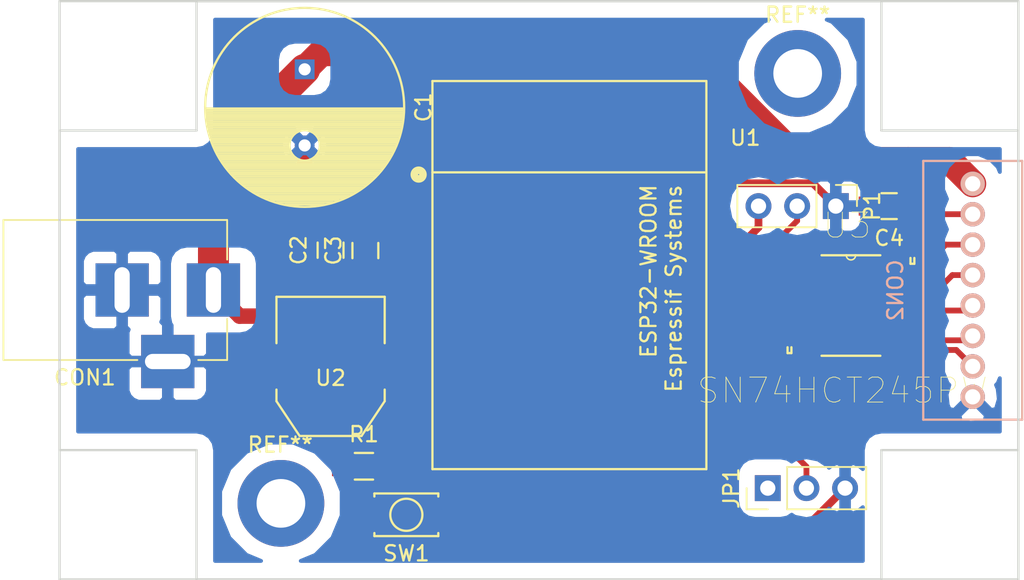
<source format=kicad_pcb>
(kicad_pcb (version 20171130) (host pcbnew 5.0.0)

  (general
    (thickness 1.6)
    (drawings 16)
    (tracks 137)
    (zones 0)
    (modules 15)
    (nets 45)
  )

  (page A4)
  (layers
    (0 F.Cu signal)
    (31 B.Cu signal)
    (32 B.Adhes user)
    (33 F.Adhes user)
    (34 B.Paste user)
    (35 F.Paste user)
    (36 B.SilkS user)
    (37 F.SilkS user hide)
    (38 B.Mask user)
    (39 F.Mask user)
    (40 Dwgs.User user)
    (41 Cmts.User user)
    (42 Eco1.User user)
    (43 Eco2.User user)
    (44 Edge.Cuts user)
    (45 Margin user)
    (46 B.CrtYd user)
    (47 F.CrtYd user)
    (48 B.Fab user)
    (49 F.Fab user)
  )

  (setup
    (last_trace_width 0.25)
    (user_trace_width 0.254)
    (user_trace_width 0.3048)
    (user_trace_width 0.381)
    (user_trace_width 0.508)
    (user_trace_width 0.762)
    (user_trace_width 1.016)
    (user_trace_width 1.778)
    (user_trace_width 2.032)
    (trace_clearance 0.2)
    (zone_clearance 1.016)
    (zone_45_only no)
    (trace_min 0.2)
    (segment_width 0.2)
    (edge_width 0.15)
    (via_size 0.6)
    (via_drill 0.4)
    (via_min_size 0.4)
    (via_min_drill 0.3)
    (uvia_size 0.3)
    (uvia_drill 0.1)
    (uvias_allowed no)
    (uvia_min_size 0.2)
    (uvia_min_drill 0.1)
    (pcb_text_width 0.3)
    (pcb_text_size 1.5 1.5)
    (mod_edge_width 0.15)
    (mod_text_size 1 1)
    (mod_text_width 0.15)
    (pad_size 5.7 5.7)
    (pad_drill 3.2)
    (pad_to_mask_clearance 0.2)
    (aux_axis_origin 0 0)
    (visible_elements FFFFFF7F)
    (pcbplotparams
      (layerselection 0x00030_ffffffff)
      (usegerberextensions false)
      (usegerberattributes false)
      (usegerberadvancedattributes false)
      (creategerberjobfile false)
      (excludeedgelayer true)
      (linewidth 0.100000)
      (plotframeref false)
      (viasonmask false)
      (mode 1)
      (useauxorigin false)
      (hpglpennumber 1)
      (hpglpenspeed 20)
      (hpglpendiameter 15.000000)
      (psnegative false)
      (psa4output false)
      (plotreference true)
      (plotvalue true)
      (plotinvisibletext false)
      (padsonsilk false)
      (subtractmaskfromsilk false)
      (outputformat 1)
      (mirror false)
      (drillshape 1)
      (scaleselection 1)
      (outputdirectory ""))
  )

  (net 0 "")
  (net 1 +5V)
  (net 2 GND)
  (net 3 +3V3)
  (net 4 NEO_IO1)
  (net 5 NEO_IO2)
  (net 6 NEO_IO3)
  (net 7 NEO_IO4)
  (net 8 NEO_IO5)
  (net 9 NEO_IO6)
  (net 10 "Net-(JP1-Pad1)")
  (net 11 "Net-(JP1-Pad2)")
  (net 12 RXD)
  (net 13 TXD)
  (net 14 EN_IN)
  (net 15 "Net-(U1-Pad37)")
  (net 16 "Net-(U1-Pad36)")
  (net 17 "Net-(U1-Pad32)")
  (net 18 ESP_IO1)
  (net 19 ESP_IO2)
  (net 20 ESP_IO3)
  (net 21 ESP_IO4)
  (net 22 ESP_IO5)
  (net 23 ESP_IO6)
  (net 24 "Net-(U1-Pad24)")
  (net 25 "Net-(U1-Pad23)")
  (net 26 "Net-(U1-Pad22)")
  (net 27 "Net-(U1-Pad21)")
  (net 28 "Net-(U1-Pad20)")
  (net 29 "Net-(U1-Pad19)")
  (net 30 "Net-(U1-Pad18)")
  (net 31 "Net-(U1-Pad17)")
  (net 32 "Net-(U1-Pad16)")
  (net 33 "Net-(U1-Pad14)")
  (net 34 "Net-(U1-Pad13)")
  (net 35 "Net-(U1-Pad12)")
  (net 36 "Net-(U1-Pad11)")
  (net 37 "Net-(U1-Pad10)")
  (net 38 "Net-(U1-Pad9)")
  (net 39 "Net-(U1-Pad8)")
  (net 40 "Net-(U1-Pad7)")
  (net 41 "Net-(U1-Pad6)")
  (net 42 "Net-(U1-Pad5)")
  (net 43 "Net-(U1-Pad4)")
  (net 44 "Net-(U1-Pad26)")

  (net_class Default "This is the default net class."
    (clearance 0.2)
    (trace_width 0.25)
    (via_dia 0.6)
    (via_drill 0.4)
    (uvia_dia 0.3)
    (uvia_drill 0.1)
    (add_net +3V3)
    (add_net +5V)
    (add_net EN_IN)
    (add_net ESP_IO1)
    (add_net ESP_IO2)
    (add_net ESP_IO3)
    (add_net ESP_IO4)
    (add_net ESP_IO5)
    (add_net ESP_IO6)
    (add_net GND)
    (add_net NEO_IO1)
    (add_net NEO_IO2)
    (add_net NEO_IO3)
    (add_net NEO_IO4)
    (add_net NEO_IO5)
    (add_net NEO_IO6)
    (add_net "Net-(JP1-Pad1)")
    (add_net "Net-(JP1-Pad2)")
    (add_net "Net-(U1-Pad10)")
    (add_net "Net-(U1-Pad11)")
    (add_net "Net-(U1-Pad12)")
    (add_net "Net-(U1-Pad13)")
    (add_net "Net-(U1-Pad14)")
    (add_net "Net-(U1-Pad16)")
    (add_net "Net-(U1-Pad17)")
    (add_net "Net-(U1-Pad18)")
    (add_net "Net-(U1-Pad19)")
    (add_net "Net-(U1-Pad20)")
    (add_net "Net-(U1-Pad21)")
    (add_net "Net-(U1-Pad22)")
    (add_net "Net-(U1-Pad23)")
    (add_net "Net-(U1-Pad24)")
    (add_net "Net-(U1-Pad26)")
    (add_net "Net-(U1-Pad32)")
    (add_net "Net-(U1-Pad36)")
    (add_net "Net-(U1-Pad37)")
    (add_net "Net-(U1-Pad4)")
    (add_net "Net-(U1-Pad5)")
    (add_net "Net-(U1-Pad6)")
    (add_net "Net-(U1-Pad7)")
    (add_net "Net-(U1-Pad8)")
    (add_net "Net-(U1-Pad9)")
    (add_net RXD)
    (add_net TXD)
  )

  (module Mounting_Holes:MountingHole_3.2mm_M3_ISO7380_Pad (layer F.Cu) (tedit 5866A4F4) (tstamp 5866AAD2)
    (at 130.5 108)
    (descr "Mounting Hole 3.2mm, M3, ISO7380")
    (tags "mounting hole 3.2mm m3 iso7380")
    (fp_text reference REF** (at 0 -3.85) (layer F.SilkS)
      (effects (font (size 1 1) (thickness 0.15)))
    )
    (fp_text value MountingHole_3.2mm_M3_ISO7380_Pad (at 0 3.85) (layer F.Fab)
      (effects (font (size 1 1) (thickness 0.15)))
    )
    (fp_circle (center 0 0) (end 2.85 0) (layer Cmts.User) (width 0.15))
    (fp_circle (center 0 0) (end 3.1 0) (layer F.CrtYd) (width 0.05))
    (pad 1 thru_hole circle (at 0.0442 0) (size 5.7 5.7) (drill 3.2) (layers *.Cu *.Mask))
  )

  (module Capacitors_ThroughHole:C_Radial_D13_L25_P5 (layer F.Cu) (tedit 0) (tstamp 5866A1E9)
    (at 132.1054 79.4804 270)
    (descr "Radial Electrolytic Capacitor Diameter 13mm x Length 25mm, Pitch 5mm")
    (tags "Electrolytic Capacitor")
    (path /5865926C)
    (fp_text reference C1 (at 2.5 -7.8 270) (layer F.SilkS)
      (effects (font (size 1 1) (thickness 0.15)))
    )
    (fp_text value CP (at 2.5 7.8 270) (layer F.Fab)
      (effects (font (size 1 1) (thickness 0.15)))
    )
    (fp_line (start 2.575 -6.5) (end 2.575 6.5) (layer F.SilkS) (width 0.15))
    (fp_line (start 2.715 -6.496) (end 2.715 6.496) (layer F.SilkS) (width 0.15))
    (fp_line (start 2.855 -6.49) (end 2.855 6.49) (layer F.SilkS) (width 0.15))
    (fp_line (start 2.995 -6.481) (end 2.995 6.481) (layer F.SilkS) (width 0.15))
    (fp_line (start 3.135 -6.469) (end 3.135 6.469) (layer F.SilkS) (width 0.15))
    (fp_line (start 3.275 -6.454) (end 3.275 6.454) (layer F.SilkS) (width 0.15))
    (fp_line (start 3.415 -6.435) (end 3.415 6.435) (layer F.SilkS) (width 0.15))
    (fp_line (start 3.555 -6.414) (end 3.555 6.414) (layer F.SilkS) (width 0.15))
    (fp_line (start 3.695 -6.389) (end 3.695 6.389) (layer F.SilkS) (width 0.15))
    (fp_line (start 3.835 -6.361) (end 3.835 6.361) (layer F.SilkS) (width 0.15))
    (fp_line (start 3.975 -6.33) (end 3.975 6.33) (layer F.SilkS) (width 0.15))
    (fp_line (start 4.115 -6.296) (end 4.115 -0.466) (layer F.SilkS) (width 0.15))
    (fp_line (start 4.115 0.466) (end 4.115 6.296) (layer F.SilkS) (width 0.15))
    (fp_line (start 4.255 -6.259) (end 4.255 -0.667) (layer F.SilkS) (width 0.15))
    (fp_line (start 4.255 0.667) (end 4.255 6.259) (layer F.SilkS) (width 0.15))
    (fp_line (start 4.395 -6.218) (end 4.395 -0.796) (layer F.SilkS) (width 0.15))
    (fp_line (start 4.395 0.796) (end 4.395 6.218) (layer F.SilkS) (width 0.15))
    (fp_line (start 4.535 -6.173) (end 4.535 -0.885) (layer F.SilkS) (width 0.15))
    (fp_line (start 4.535 0.885) (end 4.535 6.173) (layer F.SilkS) (width 0.15))
    (fp_line (start 4.675 -6.125) (end 4.675 -0.946) (layer F.SilkS) (width 0.15))
    (fp_line (start 4.675 0.946) (end 4.675 6.125) (layer F.SilkS) (width 0.15))
    (fp_line (start 4.815 -6.074) (end 4.815 -0.983) (layer F.SilkS) (width 0.15))
    (fp_line (start 4.815 0.983) (end 4.815 6.074) (layer F.SilkS) (width 0.15))
    (fp_line (start 4.955 -6.019) (end 4.955 -0.999) (layer F.SilkS) (width 0.15))
    (fp_line (start 4.955 0.999) (end 4.955 6.019) (layer F.SilkS) (width 0.15))
    (fp_line (start 5.095 -5.96) (end 5.095 -0.995) (layer F.SilkS) (width 0.15))
    (fp_line (start 5.095 0.995) (end 5.095 5.96) (layer F.SilkS) (width 0.15))
    (fp_line (start 5.235 -5.897) (end 5.235 -0.972) (layer F.SilkS) (width 0.15))
    (fp_line (start 5.235 0.972) (end 5.235 5.897) (layer F.SilkS) (width 0.15))
    (fp_line (start 5.375 -5.83) (end 5.375 -0.927) (layer F.SilkS) (width 0.15))
    (fp_line (start 5.375 0.927) (end 5.375 5.83) (layer F.SilkS) (width 0.15))
    (fp_line (start 5.515 -5.758) (end 5.515 -0.857) (layer F.SilkS) (width 0.15))
    (fp_line (start 5.515 0.857) (end 5.515 5.758) (layer F.SilkS) (width 0.15))
    (fp_line (start 5.655 -5.683) (end 5.655 -0.756) (layer F.SilkS) (width 0.15))
    (fp_line (start 5.655 0.756) (end 5.655 5.683) (layer F.SilkS) (width 0.15))
    (fp_line (start 5.795 -5.603) (end 5.795 -0.607) (layer F.SilkS) (width 0.15))
    (fp_line (start 5.795 0.607) (end 5.795 5.603) (layer F.SilkS) (width 0.15))
    (fp_line (start 5.935 -5.518) (end 5.935 -0.355) (layer F.SilkS) (width 0.15))
    (fp_line (start 5.935 0.355) (end 5.935 5.518) (layer F.SilkS) (width 0.15))
    (fp_line (start 6.075 -5.429) (end 6.075 5.429) (layer F.SilkS) (width 0.15))
    (fp_line (start 6.215 -5.334) (end 6.215 5.334) (layer F.SilkS) (width 0.15))
    (fp_line (start 6.355 -5.233) (end 6.355 5.233) (layer F.SilkS) (width 0.15))
    (fp_line (start 6.495 -5.127) (end 6.495 5.127) (layer F.SilkS) (width 0.15))
    (fp_line (start 6.635 -5.015) (end 6.635 5.015) (layer F.SilkS) (width 0.15))
    (fp_line (start 6.775 -4.896) (end 6.775 4.896) (layer F.SilkS) (width 0.15))
    (fp_line (start 6.915 -4.771) (end 6.915 4.771) (layer F.SilkS) (width 0.15))
    (fp_line (start 7.055 -4.637) (end 7.055 4.637) (layer F.SilkS) (width 0.15))
    (fp_line (start 7.195 -4.495) (end 7.195 4.495) (layer F.SilkS) (width 0.15))
    (fp_line (start 7.335 -4.344) (end 7.335 4.344) (layer F.SilkS) (width 0.15))
    (fp_line (start 7.475 -4.183) (end 7.475 4.183) (layer F.SilkS) (width 0.15))
    (fp_line (start 7.615 -4.011) (end 7.615 4.011) (layer F.SilkS) (width 0.15))
    (fp_line (start 7.755 -3.826) (end 7.755 3.826) (layer F.SilkS) (width 0.15))
    (fp_line (start 7.895 -3.625) (end 7.895 3.625) (layer F.SilkS) (width 0.15))
    (fp_line (start 8.035 -3.408) (end 8.035 3.408) (layer F.SilkS) (width 0.15))
    (fp_line (start 8.175 -3.169) (end 8.175 3.169) (layer F.SilkS) (width 0.15))
    (fp_line (start 8.315 -2.904) (end 8.315 2.904) (layer F.SilkS) (width 0.15))
    (fp_line (start 8.455 -2.605) (end 8.455 2.605) (layer F.SilkS) (width 0.15))
    (fp_line (start 8.595 -2.259) (end 8.595 2.259) (layer F.SilkS) (width 0.15))
    (fp_line (start 8.735 -1.837) (end 8.735 1.837) (layer F.SilkS) (width 0.15))
    (fp_line (start 8.875 -1.269) (end 8.875 1.269) (layer F.SilkS) (width 0.15))
    (fp_circle (center 5 0) (end 5 -1) (layer F.SilkS) (width 0.15))
    (fp_circle (center 2.5 0) (end 2.5 -6.5375) (layer F.SilkS) (width 0.15))
    (fp_circle (center 2.5 0) (end 2.5 -6.8) (layer F.CrtYd) (width 0.05))
    (pad 1 thru_hole rect (at 0 0 270) (size 1.3 1.3) (drill 0.8) (layers *.Cu *.Mask)
      (net 1 +5V))
    (pad 2 thru_hole circle (at 5 0 270) (size 1.3 1.3) (drill 0.8) (layers *.Cu *.Mask)
      (net 2 GND))
    (model Capacitors_ThroughHole.3dshapes/C_Radial_D13_L25_P5.wrl
      (offset (xyz 2.499994962453842 0 0))
      (scale (xyz 1 1 1))
      (rotate (xyz 0 0 90))
    )
  )

  (module Capacitors_SMD:C_0805_HandSoldering (layer F.Cu) (tedit 541A9B8D) (tstamp 5866A1F9)
    (at 133.8072 91.3638 90)
    (descr "Capacitor SMD 0805, hand soldering")
    (tags "capacitor 0805")
    (path /5865AF1B)
    (attr smd)
    (fp_text reference C2 (at 0 -2.1 90) (layer F.SilkS)
      (effects (font (size 1 1) (thickness 0.15)))
    )
    (fp_text value 2.2uf (at 0 2.1 90) (layer F.Fab)
      (effects (font (size 1 1) (thickness 0.15)))
    )
    (fp_line (start -1 0.625) (end -1 -0.625) (layer F.Fab) (width 0.15))
    (fp_line (start 1 0.625) (end -1 0.625) (layer F.Fab) (width 0.15))
    (fp_line (start 1 -0.625) (end 1 0.625) (layer F.Fab) (width 0.15))
    (fp_line (start -1 -0.625) (end 1 -0.625) (layer F.Fab) (width 0.15))
    (fp_line (start -2.3 -1) (end 2.3 -1) (layer F.CrtYd) (width 0.05))
    (fp_line (start -2.3 1) (end 2.3 1) (layer F.CrtYd) (width 0.05))
    (fp_line (start -2.3 -1) (end -2.3 1) (layer F.CrtYd) (width 0.05))
    (fp_line (start 2.3 -1) (end 2.3 1) (layer F.CrtYd) (width 0.05))
    (fp_line (start 0.5 -0.85) (end -0.5 -0.85) (layer F.SilkS) (width 0.15))
    (fp_line (start -0.5 0.85) (end 0.5 0.85) (layer F.SilkS) (width 0.15))
    (pad 1 smd rect (at -1.25 0 90) (size 1.5 1.25) (layers F.Cu F.Paste F.Mask)
      (net 3 +3V3))
    (pad 2 smd rect (at 1.25 0 90) (size 1.5 1.25) (layers F.Cu F.Paste F.Mask)
      (net 2 GND))
    (model Capacitors_SMD.3dshapes/C_0805_HandSoldering.wrl
      (at (xyz 0 0 0))
      (scale (xyz 1 1 1))
      (rotate (xyz 0 0 0))
    )
  )

  (module Capacitors_SMD:C_0805_HandSoldering (layer F.Cu) (tedit 541A9B8D) (tstamp 5866A209)
    (at 136.0932 91.3892 90)
    (descr "Capacitor SMD 0805, hand soldering")
    (tags "capacitor 0805")
    (path /5865AFC5)
    (attr smd)
    (fp_text reference C3 (at 0 -2.1 90) (layer F.SilkS)
      (effects (font (size 1 1) (thickness 0.15)))
    )
    (fp_text value 2.2uf (at 0 2.1 90) (layer F.Fab)
      (effects (font (size 1 1) (thickness 0.15)))
    )
    (fp_line (start -1 0.625) (end -1 -0.625) (layer F.Fab) (width 0.15))
    (fp_line (start 1 0.625) (end -1 0.625) (layer F.Fab) (width 0.15))
    (fp_line (start 1 -0.625) (end 1 0.625) (layer F.Fab) (width 0.15))
    (fp_line (start -1 -0.625) (end 1 -0.625) (layer F.Fab) (width 0.15))
    (fp_line (start -2.3 -1) (end 2.3 -1) (layer F.CrtYd) (width 0.05))
    (fp_line (start -2.3 1) (end 2.3 1) (layer F.CrtYd) (width 0.05))
    (fp_line (start -2.3 -1) (end -2.3 1) (layer F.CrtYd) (width 0.05))
    (fp_line (start 2.3 -1) (end 2.3 1) (layer F.CrtYd) (width 0.05))
    (fp_line (start 0.5 -0.85) (end -0.5 -0.85) (layer F.SilkS) (width 0.15))
    (fp_line (start -0.5 0.85) (end 0.5 0.85) (layer F.SilkS) (width 0.15))
    (pad 1 smd rect (at -1.25 0 90) (size 1.5 1.25) (layers F.Cu F.Paste F.Mask)
      (net 3 +3V3))
    (pad 2 smd rect (at 1.25 0 90) (size 1.5 1.25) (layers F.Cu F.Paste F.Mask)
      (net 2 GND))
    (model Capacitors_SMD.3dshapes/C_0805_HandSoldering.wrl
      (at (xyz 0 0 0))
      (scale (xyz 1 1 1))
      (rotate (xyz 0 0 0))
    )
  )

  (module Capacitors_SMD:C_0805_HandSoldering (layer F.Cu) (tedit 541A9B8D) (tstamp 5866A219)
    (at 170.5102 88.4682 180)
    (descr "Capacitor SMD 0805, hand soldering")
    (tags "capacitor 0805")
    (path /586678A0)
    (attr smd)
    (fp_text reference C4 (at 0 -2.1 180) (layer F.SilkS)
      (effects (font (size 1 1) (thickness 0.15)))
    )
    (fp_text value CP (at 0 2.1 180) (layer F.Fab)
      (effects (font (size 1 1) (thickness 0.15)))
    )
    (fp_line (start -1 0.625) (end -1 -0.625) (layer F.Fab) (width 0.15))
    (fp_line (start 1 0.625) (end -1 0.625) (layer F.Fab) (width 0.15))
    (fp_line (start 1 -0.625) (end 1 0.625) (layer F.Fab) (width 0.15))
    (fp_line (start -1 -0.625) (end 1 -0.625) (layer F.Fab) (width 0.15))
    (fp_line (start -2.3 -1) (end 2.3 -1) (layer F.CrtYd) (width 0.05))
    (fp_line (start -2.3 1) (end 2.3 1) (layer F.CrtYd) (width 0.05))
    (fp_line (start -2.3 -1) (end -2.3 1) (layer F.CrtYd) (width 0.05))
    (fp_line (start 2.3 -1) (end 2.3 1) (layer F.CrtYd) (width 0.05))
    (fp_line (start 0.5 -0.85) (end -0.5 -0.85) (layer F.SilkS) (width 0.15))
    (fp_line (start -0.5 0.85) (end 0.5 0.85) (layer F.SilkS) (width 0.15))
    (pad 1 smd rect (at -1.25 0 180) (size 1.5 1.25) (layers F.Cu F.Paste F.Mask)
      (net 1 +5V))
    (pad 2 smd rect (at 1.25 0 180) (size 1.5 1.25) (layers F.Cu F.Paste F.Mask)
      (net 2 GND))
    (model Capacitors_SMD.3dshapes/C_0805_HandSoldering.wrl
      (at (xyz 0 0 0))
      (scale (xyz 1 1 1))
      (rotate (xyz 0 0 0))
    )
  )

  (module BARREL_JACK (layer F.Cu) (tedit 5861378E) (tstamp 5866A238)
    (at 126.111 93.98)
    (descr "DC Barrel Jack")
    (tags "Power Jack")
    (path /5865920F)
    (fp_text reference CON1 (at -8.45 5.75 180) (layer F.SilkS)
      (effects (font (size 1 1) (thickness 0.15)))
    )
    (fp_text value BARREL_JACK (at -6.2 -5.5) (layer F.Fab)
      (effects (font (size 1 1) (thickness 0.15)))
    )
    (fp_line (start 1 -4.5) (end 1 -4.75) (layer F.CrtYd) (width 0.05))
    (fp_line (start 1 -4.75) (end -14 -4.75) (layer F.CrtYd) (width 0.05))
    (fp_line (start 1 -4.5) (end 1 -2) (layer F.CrtYd) (width 0.05))
    (fp_line (start 1 -2) (end 2 -2) (layer F.CrtYd) (width 0.05))
    (fp_line (start 2 -2) (end 2 2) (layer F.CrtYd) (width 0.05))
    (fp_line (start 2 2) (end 1 2) (layer F.CrtYd) (width 0.05))
    (fp_line (start 1 2) (end 1 4.75) (layer F.CrtYd) (width 0.05))
    (fp_line (start 1 4.75) (end -1 4.75) (layer F.CrtYd) (width 0.05))
    (fp_line (start -1 4.75) (end -1 6.75) (layer F.CrtYd) (width 0.05))
    (fp_line (start -1 6.75) (end -5 6.75) (layer F.CrtYd) (width 0.05))
    (fp_line (start -5 6.75) (end -5 4.75) (layer F.CrtYd) (width 0.05))
    (fp_line (start -5 4.75) (end -14 4.75) (layer F.CrtYd) (width 0.05))
    (fp_line (start -14 4.75) (end -14 -4.75) (layer F.CrtYd) (width 0.05))
    (fp_line (start -5 4.6) (end -13.8 4.6) (layer F.SilkS) (width 0.12))
    (fp_line (start -13.8 4.6) (end -13.8 -4.6) (layer F.SilkS) (width 0.12))
    (fp_line (start 0.9 1.9) (end 0.9 4.6) (layer F.SilkS) (width 0.12))
    (fp_line (start 0.9 4.6) (end -1 4.6) (layer F.SilkS) (width 0.12))
    (fp_line (start -13.8 -4.6) (end 0.9 -4.6) (layer F.SilkS) (width 0.12))
    (fp_line (start 0.9 -4.6) (end 0.9 -2) (layer F.SilkS) (width 0.12))
    (fp_line (start -10.2 -4.5) (end -10.2 4.5) (layer F.Fab) (width 0.1))
    (fp_line (start -13.7 -4.5) (end -13.7 4.5) (layer F.Fab) (width 0.1))
    (fp_line (start -13.7 4.5) (end 0.8 4.5) (layer F.Fab) (width 0.1))
    (fp_line (start 0.8 4.5) (end 0.8 -4.5) (layer F.Fab) (width 0.1))
    (fp_line (start 0.8 -4.5) (end -13.7 -4.5) (layer F.Fab) (width 0.1))
    (pad 1 thru_hole rect (at 0 0) (size 3.5 3.5) (drill oval 1 3) (layers *.Cu *.Mask)
      (net 1 +5V))
    (pad 2 thru_hole rect (at -6 0) (size 3.5 3.5) (drill oval 1 3) (layers *.Cu *.Mask)
      (net 2 GND))
    (pad 3 thru_hole rect (at -3 4.7) (size 3.5 3.5) (drill oval 3 1) (layers *.Cu *.Mask)
      (net 2 GND))
  )

  (module Switchcraft:EN3P8MRAPCBN (layer B.Cu) (tedit 56D8D35D) (tstamp 5866A248)
    (at 176 94 270)
    (path /58669814)
    (fp_text reference CON2 (at 0 5.08 270) (layer B.SilkS)
      (effects (font (size 1 1) (thickness 0.15)) (justify mirror))
    )
    (fp_text value EN3P8MRAPCBN (at 0 -2.54 270) (layer B.Fab)
      (effects (font (size 1 1) (thickness 0.15)) (justify mirror))
    )
    (fp_line (start -8.5 3.25) (end 8.5 3.25) (layer B.SilkS) (width 0.15))
    (fp_line (start 8.5 3.25) (end 8.5 -3.25) (layer B.SilkS) (width 0.15))
    (fp_line (start -8.5 3.25) (end -8.5 -3.25) (layer B.SilkS) (width 0.15))
    (fp_line (start -8.5 -3.25) (end 8.5 -3.25) (layer B.SilkS) (width 0.15))
    (pad 1 thru_hole circle (at 1 0 270) (size 1.6 1.6) (drill 1) (layers *.Cu *.Mask B.SilkS)
      (net 7 NEO_IO4))
    (pad 2 thru_hole circle (at 3 0 270) (size 1.6 1.6) (drill 1) (layers *.Cu *.Mask B.SilkS)
      (net 8 NEO_IO5))
    (pad 3 thru_hole circle (at 5 0 270) (size 1.6 1.6) (drill 1) (layers *.Cu *.Mask B.SilkS)
      (net 9 NEO_IO6))
    (pad 4 thru_hole circle (at 7 0 270) (size 1.6 1.6) (drill 1) (layers *.Cu *.Mask B.SilkS)
      (net 2 GND))
    (pad 5 thru_hole circle (at -7 0 270) (size 1.6 1.6) (drill 1) (layers *.Cu *.Mask B.SilkS)
      (net 1 +5V))
    (pad 6 thru_hole circle (at -5 0 270) (size 1.6 1.6) (drill 1) (layers *.Cu *.Mask B.SilkS)
      (net 4 NEO_IO1))
    (pad 7 thru_hole circle (at -3 0 270) (size 1.6 1.6) (drill 1) (layers *.Cu *.Mask B.SilkS)
      (net 5 NEO_IO2))
    (pad 8 thru_hole circle (at -1 0 270) (size 1.6 1.6) (drill 1) (layers *.Cu *.Mask B.SilkS)
      (net 6 NEO_IO3))
  )

  (module Pin_Headers:Pin_Header_Straight_1x03_Pitch2.54mm (layer F.Cu) (tedit 5862ED52) (tstamp 5866A25D)
    (at 162.5346 107 90)
    (descr "Through hole straight pin header, 1x03, 2.54mm pitch, single row")
    (tags "Through hole pin header THT 1x03 2.54mm single row")
    (path /5865B4B2)
    (fp_text reference JP1 (at 0 -2.39 90) (layer F.SilkS)
      (effects (font (size 1 1) (thickness 0.15)))
    )
    (fp_text value JUMPER3 (at 0 7.47 90) (layer F.Fab)
      (effects (font (size 1 1) (thickness 0.15)))
    )
    (fp_line (start -1.27 -1.27) (end -1.27 6.35) (layer F.Fab) (width 0.1))
    (fp_line (start -1.27 6.35) (end 1.27 6.35) (layer F.Fab) (width 0.1))
    (fp_line (start 1.27 6.35) (end 1.27 -1.27) (layer F.Fab) (width 0.1))
    (fp_line (start 1.27 -1.27) (end -1.27 -1.27) (layer F.Fab) (width 0.1))
    (fp_line (start -1.39 1.27) (end -1.39 6.47) (layer F.SilkS) (width 0.12))
    (fp_line (start -1.39 6.47) (end 1.39 6.47) (layer F.SilkS) (width 0.12))
    (fp_line (start 1.39 6.47) (end 1.39 1.27) (layer F.SilkS) (width 0.12))
    (fp_line (start 1.39 1.27) (end -1.39 1.27) (layer F.SilkS) (width 0.12))
    (fp_line (start -1.39 0) (end -1.39 -1.39) (layer F.SilkS) (width 0.12))
    (fp_line (start -1.39 -1.39) (end 0 -1.39) (layer F.SilkS) (width 0.12))
    (fp_line (start -1.6 -1.6) (end -1.6 6.6) (layer F.CrtYd) (width 0.05))
    (fp_line (start -1.6 6.6) (end 1.6 6.6) (layer F.CrtYd) (width 0.05))
    (fp_line (start 1.6 6.6) (end 1.6 -1.6) (layer F.CrtYd) (width 0.05))
    (fp_line (start 1.6 -1.6) (end -1.6 -1.6) (layer F.CrtYd) (width 0.05))
    (pad 1 thru_hole rect (at 0 0 90) (size 1.7 1.7) (drill 1) (layers *.Cu *.Mask)
      (net 10 "Net-(JP1-Pad1)"))
    (pad 2 thru_hole oval (at 0 2.54 90) (size 1.7 1.7) (drill 1) (layers *.Cu *.Mask)
      (net 11 "Net-(JP1-Pad2)"))
    (pad 3 thru_hole oval (at 0 5.08 90) (size 1.7 1.7) (drill 1) (layers *.Cu *.Mask)
      (net 2 GND))
    (model Pin_Headers.3dshapes/Pin_Header_Straight_1x03_Pitch2.54mm.wrl
      (offset (xyz 0 -2.539999961853027 0))
      (scale (xyz 1 1 1))
      (rotate (xyz 0 0 90))
    )
  )

  (module Pin_Headers:Pin_Header_Straight_1x03_Pitch2.54mm (layer F.Cu) (tedit 5862ED52) (tstamp 5866A272)
    (at 167.005 88.4682 270)
    (descr "Through hole straight pin header, 1x03, 2.54mm pitch, single row")
    (tags "Through hole pin header THT 1x03 2.54mm single row")
    (path /5866AD5B)
    (fp_text reference P1 (at 0 -2.39 270) (layer F.SilkS)
      (effects (font (size 1 1) (thickness 0.15)))
    )
    (fp_text value CONN_01X03 (at 0 7.47 270) (layer F.Fab)
      (effects (font (size 1 1) (thickness 0.15)))
    )
    (fp_line (start -1.27 -1.27) (end -1.27 6.35) (layer F.Fab) (width 0.1))
    (fp_line (start -1.27 6.35) (end 1.27 6.35) (layer F.Fab) (width 0.1))
    (fp_line (start 1.27 6.35) (end 1.27 -1.27) (layer F.Fab) (width 0.1))
    (fp_line (start 1.27 -1.27) (end -1.27 -1.27) (layer F.Fab) (width 0.1))
    (fp_line (start -1.39 1.27) (end -1.39 6.47) (layer F.SilkS) (width 0.12))
    (fp_line (start -1.39 6.47) (end 1.39 6.47) (layer F.SilkS) (width 0.12))
    (fp_line (start 1.39 6.47) (end 1.39 1.27) (layer F.SilkS) (width 0.12))
    (fp_line (start 1.39 1.27) (end -1.39 1.27) (layer F.SilkS) (width 0.12))
    (fp_line (start -1.39 0) (end -1.39 -1.39) (layer F.SilkS) (width 0.12))
    (fp_line (start -1.39 -1.39) (end 0 -1.39) (layer F.SilkS) (width 0.12))
    (fp_line (start -1.6 -1.6) (end -1.6 6.6) (layer F.CrtYd) (width 0.05))
    (fp_line (start -1.6 6.6) (end 1.6 6.6) (layer F.CrtYd) (width 0.05))
    (fp_line (start 1.6 6.6) (end 1.6 -1.6) (layer F.CrtYd) (width 0.05))
    (fp_line (start 1.6 -1.6) (end -1.6 -1.6) (layer F.CrtYd) (width 0.05))
    (pad 1 thru_hole rect (at 0 0 270) (size 1.7 1.7) (drill 1) (layers *.Cu *.Mask)
      (net 2 GND))
    (pad 2 thru_hole oval (at 0 2.54 270) (size 1.7 1.7) (drill 1) (layers *.Cu *.Mask)
      (net 12 RXD))
    (pad 3 thru_hole oval (at 0 5.08 270) (size 1.7 1.7) (drill 1) (layers *.Cu *.Mask)
      (net 13 TXD))
    (model Pin_Headers.3dshapes/Pin_Header_Straight_1x03_Pitch2.54mm.wrl
      (offset (xyz 0 -2.539999961853027 0))
      (scale (xyz 1 1 1))
      (rotate (xyz 0 0 90))
    )
  )

  (module Resistors_SMD:R_0805_HandSoldering (layer F.Cu) (tedit 58307B90) (tstamp 5866A282)
    (at 136 105.5624)
    (descr "Resistor SMD 0805, hand soldering")
    (tags "resistor 0805")
    (path /5865C1E3)
    (attr smd)
    (fp_text reference R1 (at 0 -2.1) (layer F.SilkS)
      (effects (font (size 1 1) (thickness 0.15)))
    )
    (fp_text value R (at 0 2.1) (layer F.Fab)
      (effects (font (size 1 1) (thickness 0.15)))
    )
    (fp_line (start -1 0.625) (end -1 -0.625) (layer F.Fab) (width 0.1))
    (fp_line (start 1 0.625) (end -1 0.625) (layer F.Fab) (width 0.1))
    (fp_line (start 1 -0.625) (end 1 0.625) (layer F.Fab) (width 0.1))
    (fp_line (start -1 -0.625) (end 1 -0.625) (layer F.Fab) (width 0.1))
    (fp_line (start -2.4 -1) (end 2.4 -1) (layer F.CrtYd) (width 0.05))
    (fp_line (start -2.4 1) (end 2.4 1) (layer F.CrtYd) (width 0.05))
    (fp_line (start -2.4 -1) (end -2.4 1) (layer F.CrtYd) (width 0.05))
    (fp_line (start 2.4 -1) (end 2.4 1) (layer F.CrtYd) (width 0.05))
    (fp_line (start 0.6 0.875) (end -0.6 0.875) (layer F.SilkS) (width 0.15))
    (fp_line (start -0.6 -0.875) (end 0.6 -0.875) (layer F.SilkS) (width 0.15))
    (pad 1 smd rect (at -1.35 0) (size 1.5 1.3) (layers F.Cu F.Paste F.Mask)
      (net 3 +3V3))
    (pad 2 smd rect (at 1.35 0) (size 1.5 1.3) (layers F.Cu F.Paste F.Mask)
      (net 14 EN_IN))
    (model Resistors_SMD.3dshapes/R_0805_HandSoldering.wrl
      (at (xyz 0 0 0))
      (scale (xyz 1 1 1))
      (rotate (xyz 0 0 0))
    )
  )

  (module CK_Components:KMR231GLFS (layer F.Cu) (tedit 573381FB) (tstamp 5866A299)
    (at 138.7856 108.75 180)
    (descr "Surface Mount Tactile Switch for High-Density Packaging")
    (tags "Tactile Switch")
    (path /5865C2EE)
    (attr smd)
    (fp_text reference SW1 (at 0 -2.54 180) (layer F.SilkS)
      (effects (font (size 1 1) (thickness 0.15)))
    )
    (fp_text value SW_PUSH (at 0 2.794 180) (layer F.Fab)
      (effects (font (size 1 1) (thickness 0.15)))
    )
    (fp_line (start -3 1.7) (end 3 1.7) (layer F.CrtYd) (width 0.05))
    (fp_line (start 3 1.7) (end 3 -1.7) (layer F.CrtYd) (width 0.05))
    (fp_line (start 3 -1.7) (end -3 -1.7) (layer F.CrtYd) (width 0.05))
    (fp_line (start -3 -1.7) (end -3 1.7) (layer F.CrtYd) (width 0.05))
    (fp_line (start -2.1 -1.4) (end -2.1 -1.2) (layer F.SilkS) (width 0.15))
    (fp_line (start -2.1 -1.4) (end 2.1 -1.4) (layer F.SilkS) (width 0.15))
    (fp_line (start 2.1 -1.4) (end 2.1 -1.2) (layer F.SilkS) (width 0.15))
    (fp_line (start 2.1 1.4) (end 2.1 1.2) (layer F.SilkS) (width 0.15))
    (fp_line (start 2.1 1.4) (end -2.1 1.4) (layer F.SilkS) (width 0.15))
    (fp_line (start -2.1 1.4) (end -2.1 1.2) (layer F.SilkS) (width 0.15))
    (fp_circle (center 0 0) (end 1.055 0) (layer F.SilkS) (width 0.15))
    (fp_line (start -1.95 -1.25) (end 1.95 -1.25) (layer F.Fab) (width 0.15))
    (fp_line (start 1.95 -1.25) (end 1.95 1.25) (layer F.Fab) (width 0.15))
    (fp_line (start 1.9 1.25) (end -1.9 1.25) (layer F.Fab) (width 0.15))
    (fp_line (start -1.95 1.25) (end -1.95 -1.25) (layer F.Fab) (width 0.15))
    (pad 1 smd rect (at -2.1 -0.805 180) (size 1.4 0.6) (layers F.Cu F.Paste F.Mask)
      (net 2 GND))
    (pad 1 smd rect (at 2.1 -0.805 180) (size 1.4 0.6) (layers F.Cu F.Paste F.Mask)
      (net 2 GND))
    (pad 2 smd rect (at -2.1 0.805 180) (size 1.4 0.6) (layers F.Cu F.Paste F.Mask)
      (net 14 EN_IN))
    (pad 2 smd rect (at 2.1 0.805 180) (size 1.4 0.6) (layers F.Cu F.Paste F.Mask)
      (net 14 EN_IN))
  )

  (module ESP32-footprints-Lib:ESP32-WROOM (layer F.Cu) (tedit 57D08EA8) (tstamp 5866A2CC)
    (at 149.5 93 180)
    (path /5865A8EA)
    (fp_text reference U1 (at -11.557 9.017 180) (layer F.SilkS)
      (effects (font (size 1 1) (thickness 0.15)))
    )
    (fp_text value ESP32-WROOM (at 5.715 14.224 180) (layer F.Fab)
      (effects (font (size 1 1) (thickness 0.15)))
    )
    (fp_text user "Espressif Systems" (at -6.858 -0.889 270) (layer F.SilkS)
      (effects (font (size 1 1) (thickness 0.15)))
    )
    (fp_circle (center 9.906 6.604) (end 10.033 6.858) (layer F.SilkS) (width 0.5))
    (fp_text user ESP32-WROOM (at -5.207 0.254 270) (layer F.SilkS)
      (effects (font (size 1 1) (thickness 0.15)))
    )
    (fp_line (start -9 6.75) (end 9 6.75) (layer F.SilkS) (width 0.15))
    (fp_line (start 9 12.75) (end 9 -12.75) (layer F.SilkS) (width 0.15))
    (fp_line (start -9 12.75) (end -9 -12.75) (layer F.SilkS) (width 0.15))
    (fp_line (start -9 -12.75) (end 9 -12.75) (layer F.SilkS) (width 0.15))
    (fp_line (start -9 12.75) (end 9 12.75) (layer F.SilkS) (width 0.15))
    (pad 38 smd oval (at -9 5.25 180) (size 2.5 0.9) (layers F.Cu F.Paste F.Mask)
      (net 2 GND))
    (pad 37 smd oval (at -9 3.98 180) (size 2.5 0.9) (layers F.Cu F.Paste F.Mask)
      (net 15 "Net-(U1-Pad37)"))
    (pad 36 smd oval (at -9 2.71 180) (size 2.5 0.9) (layers F.Cu F.Paste F.Mask)
      (net 16 "Net-(U1-Pad36)"))
    (pad 35 smd oval (at -9 1.44 180) (size 2.5 0.9) (layers F.Cu F.Paste F.Mask)
      (net 13 TXD))
    (pad 34 smd oval (at -9 0.17 180) (size 2.5 0.9) (layers F.Cu F.Paste F.Mask)
      (net 12 RXD))
    (pad 33 smd oval (at -9 -1.1 180) (size 2.5 0.9) (layers F.Cu F.Paste F.Mask)
      (net 18 ESP_IO1))
    (pad 32 smd oval (at -9 -2.37 180) (size 2.5 0.9) (layers F.Cu F.Paste F.Mask)
      (net 17 "Net-(U1-Pad32)"))
    (pad 31 smd oval (at -9 -3.64 180) (size 2.5 0.9) (layers F.Cu F.Paste F.Mask)
      (net 19 ESP_IO2))
    (pad 30 smd oval (at -9 -4.91 180) (size 2.5 0.9) (layers F.Cu F.Paste F.Mask)
      (net 20 ESP_IO3))
    (pad 29 smd oval (at -9 -6.18 180) (size 2.5 0.9) (layers F.Cu F.Paste F.Mask)
      (net 21 ESP_IO4))
    (pad 28 smd oval (at -9 -7.45 180) (size 2.5 0.9) (layers F.Cu F.Paste F.Mask)
      (net 22 ESP_IO5))
    (pad 27 smd oval (at -9 -8.72 180) (size 2.5 0.9) (layers F.Cu F.Paste F.Mask)
      (net 23 ESP_IO6))
    (pad 26 smd oval (at -9 -9.99 180) (size 2.5 0.9) (layers F.Cu F.Paste F.Mask)
      (net 44 "Net-(U1-Pad26)"))
    (pad 25 smd oval (at -9 -11.26 180) (size 2.5 0.9) (layers F.Cu F.Paste F.Mask)
      (net 11 "Net-(JP1-Pad2)"))
    (pad 24 smd oval (at -5.715 -12.75 180) (size 0.9 2.5) (layers F.Cu F.Paste F.Mask)
      (net 24 "Net-(U1-Pad24)"))
    (pad 23 smd oval (at -4.445 -12.75 180) (size 0.9 2.5) (layers F.Cu F.Paste F.Mask)
      (net 25 "Net-(U1-Pad23)"))
    (pad 22 smd oval (at -3.175 -12.75 180) (size 0.9 2.5) (layers F.Cu F.Paste F.Mask)
      (net 26 "Net-(U1-Pad22)"))
    (pad 21 smd oval (at -1.905 -12.75 180) (size 0.9 2.5) (layers F.Cu F.Paste F.Mask)
      (net 27 "Net-(U1-Pad21)"))
    (pad 20 smd oval (at -0.635 -12.75 180) (size 0.9 2.5) (layers F.Cu F.Paste F.Mask)
      (net 28 "Net-(U1-Pad20)"))
    (pad 19 smd oval (at 0.635 -12.75 180) (size 0.9 2.5) (layers F.Cu F.Paste F.Mask)
      (net 29 "Net-(U1-Pad19)"))
    (pad 18 smd oval (at 1.905 -12.75 180) (size 0.9 2.5) (layers F.Cu F.Paste F.Mask)
      (net 30 "Net-(U1-Pad18)"))
    (pad 17 smd oval (at 3.175 -12.75 180) (size 0.9 2.5) (layers F.Cu F.Paste F.Mask)
      (net 31 "Net-(U1-Pad17)"))
    (pad 16 smd oval (at 4.445 -12.75 180) (size 0.9 2.5) (layers F.Cu F.Paste F.Mask)
      (net 32 "Net-(U1-Pad16)"))
    (pad 15 smd oval (at 5.715 -12.75 180) (size 0.9 2.5) (layers F.Cu F.Paste F.Mask)
      (net 2 GND))
    (pad 14 smd oval (at 9 -11.26 180) (size 2.5 0.9) (layers F.Cu F.Paste F.Mask)
      (net 33 "Net-(U1-Pad14)"))
    (pad 13 smd oval (at 9 -9.99 180) (size 2.5 0.9) (layers F.Cu F.Paste F.Mask)
      (net 34 "Net-(U1-Pad13)"))
    (pad 12 smd oval (at 9 -8.72 180) (size 2.5 0.9) (layers F.Cu F.Paste F.Mask)
      (net 35 "Net-(U1-Pad12)"))
    (pad 11 smd oval (at 9 -7.45 180) (size 2.5 0.9) (layers F.Cu F.Paste F.Mask)
      (net 36 "Net-(U1-Pad11)"))
    (pad 10 smd oval (at 9 -6.18 180) (size 2.5 0.9) (layers F.Cu F.Paste F.Mask)
      (net 37 "Net-(U1-Pad10)"))
    (pad 9 smd oval (at 9 -4.91 180) (size 2.5 0.9) (layers F.Cu F.Paste F.Mask)
      (net 38 "Net-(U1-Pad9)"))
    (pad 8 smd oval (at 9 -3.64 180) (size 2.5 0.9) (layers F.Cu F.Paste F.Mask)
      (net 39 "Net-(U1-Pad8)"))
    (pad 7 smd oval (at 9 -2.37 180) (size 2.5 0.9) (layers F.Cu F.Paste F.Mask)
      (net 40 "Net-(U1-Pad7)"))
    (pad 6 smd oval (at 9 -1.1 180) (size 2.5 0.9) (layers F.Cu F.Paste F.Mask)
      (net 41 "Net-(U1-Pad6)"))
    (pad 5 smd oval (at 9 0.17 180) (size 2.5 0.9) (layers F.Cu F.Paste F.Mask)
      (net 42 "Net-(U1-Pad5)"))
    (pad 4 smd oval (at 9 1.44 180) (size 2.5 0.9) (layers F.Cu F.Paste F.Mask)
      (net 43 "Net-(U1-Pad4)"))
    (pad 3 smd oval (at 9 2.71 180) (size 2.5 0.9) (layers F.Cu F.Paste F.Mask)
      (net 14 EN_IN))
    (pad 2 smd oval (at 9 3.98 180) (size 2.5 0.9) (layers F.Cu F.Paste F.Mask)
      (net 3 +3V3))
    (pad 1 smd oval (at 9 5.25 180) (size 2.5 0.9) (layers F.Cu F.Paste F.Mask)
      (net 2 GND))
    (pad 39 smd rect (at 0.3 -2.45 180) (size 6 6) (layers F.Cu F.Paste F.Mask)
      (net 2 GND))
  )

  (module SOT223:SOT-223 (layer F.Cu) (tedit 579135A9) (tstamp 5866A2DC)
    (at 133.8072 99 180)
    (descr "module CMS SOT223 4 pins")
    (tags "CMS SOT")
    (path /586594C3)
    (attr smd)
    (fp_text reference U2 (at 0 -0.762 180) (layer F.SilkS)
      (effects (font (size 1 1) (thickness 0.15)))
    )
    (fp_text value LM1117-3.3 (at 0 0.762 180) (layer F.Fab)
      (effects (font (size 1 1) (thickness 0.15)))
    )
    (fp_line (start -3.556 1.524) (end -3.556 4.572) (layer F.SilkS) (width 0.15))
    (fp_line (start -3.556 4.572) (end 3.556 4.572) (layer F.SilkS) (width 0.15))
    (fp_line (start 3.556 4.572) (end 3.556 1.524) (layer F.SilkS) (width 0.15))
    (fp_line (start -3.556 -1.524) (end -3.556 -2.286) (layer F.SilkS) (width 0.15))
    (fp_line (start -3.556 -2.286) (end -2.032 -4.572) (layer F.SilkS) (width 0.15))
    (fp_line (start -2.032 -4.572) (end 2.032 -4.572) (layer F.SilkS) (width 0.15))
    (fp_line (start 2.032 -4.572) (end 3.556 -2.286) (layer F.SilkS) (width 0.15))
    (fp_line (start 3.556 -2.286) (end 3.556 -1.524) (layer F.SilkS) (width 0.15))
    (pad 2 smd rect (at 0 -3.302 180) (size 3.6576 2.032) (layers F.Cu F.Paste F.Mask)
      (net 3 +3V3))
    (pad 2 smd rect (at 0 3.302 180) (size 1.016 2.032) (layers F.Cu F.Paste F.Mask)
      (net 3 +3V3))
    (pad 3 smd rect (at 2.286 3.302 180) (size 1.016 2.032) (layers F.Cu F.Paste F.Mask)
      (net 1 +5V))
    (pad 1 smd rect (at -2.286 3.302 180) (size 1.016 2.032) (layers F.Cu F.Paste F.Mask)
      (net 2 GND))
    (model TO_SOT_Packages_SMD.3dshapes/SOT-223.wrl
      (at (xyz 0 0 0))
      (scale (xyz 0.4 0.4 0.4))
      (rotate (xyz 0 0 0))
    )
  )

  (module SN74HCT245PW:SOP65P640X120-20N (layer F.Cu) (tedit 0) (tstamp 5866A356)
    (at 168 95)
    (path /586675CB)
    (solder_mask_margin 0.1)
    (attr smd)
    (fp_text reference U3 (at -0.254 -5.2578) (layer F.SilkS)
      (effects (font (size 1.64 1.64) (thickness 0.05)))
    )
    (fp_text value SN74HCT245PW (at -0.5588 5.588) (layer F.SilkS)
      (effects (font (size 1.64 1.64) (thickness 0.05)))
    )
    (fp_line (start -1.9304 3.302) (end 1.9304 3.302) (layer F.SilkS) (width 0.1524))
    (fp_line (start 1.9304 -3.302) (end 0.3048 -3.302) (layer F.SilkS) (width 0.1524))
    (fp_line (start 0.3048 -3.302) (end -0.3048 -3.302) (layer F.SilkS) (width 0.1524))
    (fp_line (start -0.3048 -3.302) (end -1.9304 -3.302) (layer F.SilkS) (width 0.1524))
    (fp_arc (start 0 -3.302) (end -0.3048 -3.302) (angle -180) (layer F.SilkS) (width 0))
    (fp_line (start -4.1656 2.7432) (end -4.1656 3.1242) (layer F.SilkS) (width 0.1524))
    (fp_line (start -4.1656 3.1242) (end -3.9116 3.1242) (layer F.SilkS) (width 0.1524))
    (fp_line (start -3.9116 3.1242) (end -3.9116 2.7432) (layer F.SilkS) (width 0.1524))
    (fp_line (start 4.1656 -3.1242) (end 4.1656 -2.7432) (layer F.SilkS) (width 0.1524))
    (fp_line (start 4.1656 -2.7432) (end 3.9116 -2.7432) (layer F.SilkS) (width 0.1524))
    (fp_line (start 3.9116 -2.7432) (end 3.9116 -3.1242) (layer F.SilkS) (width 0.1524))
    (fp_line (start -2.2606 -2.7686) (end -2.2606 -3.0734) (layer Dwgs.User) (width 0.1524))
    (fp_line (start -2.2606 -3.0734) (end -3.302 -3.0734) (layer Dwgs.User) (width 0.1524))
    (fp_line (start -3.302 -3.0734) (end -3.302 -2.7686) (layer Dwgs.User) (width 0.1524))
    (fp_line (start -3.302 -2.7686) (end -2.2606 -2.7686) (layer Dwgs.User) (width 0.1524))
    (fp_line (start -2.2606 -2.1336) (end -2.2606 -2.413) (layer Dwgs.User) (width 0.1524))
    (fp_line (start -2.2606 -2.413) (end -3.302 -2.413) (layer Dwgs.User) (width 0.1524))
    (fp_line (start -3.302 -2.413) (end -3.302 -2.1336) (layer Dwgs.User) (width 0.1524))
    (fp_line (start -3.302 -2.1336) (end -2.2606 -2.1336) (layer Dwgs.User) (width 0.1524))
    (fp_line (start -2.2606 -1.4732) (end -2.2606 -1.778) (layer Dwgs.User) (width 0.1524))
    (fp_line (start -2.2606 -1.778) (end -3.302 -1.778) (layer Dwgs.User) (width 0.1524))
    (fp_line (start -3.302 -1.778) (end -3.302 -1.4732) (layer Dwgs.User) (width 0.1524))
    (fp_line (start -3.302 -1.4732) (end -2.2606 -1.4732) (layer Dwgs.User) (width 0.1524))
    (fp_line (start -2.2606 -0.8128) (end -2.2606 -1.1176) (layer Dwgs.User) (width 0.1524))
    (fp_line (start -2.2606 -1.1176) (end -3.302 -1.1176) (layer Dwgs.User) (width 0.1524))
    (fp_line (start -3.302 -1.1176) (end -3.302 -0.8128) (layer Dwgs.User) (width 0.1524))
    (fp_line (start -3.302 -0.8128) (end -2.2606 -0.8128) (layer Dwgs.User) (width 0.1524))
    (fp_line (start -2.2606 -0.1778) (end -2.2606 -0.4826) (layer Dwgs.User) (width 0.1524))
    (fp_line (start -2.2606 -0.4826) (end -3.302 -0.4826) (layer Dwgs.User) (width 0.1524))
    (fp_line (start -3.302 -0.4826) (end -3.302 -0.1778) (layer Dwgs.User) (width 0.1524))
    (fp_line (start -3.302 -0.1778) (end -2.2606 -0.1778) (layer Dwgs.User) (width 0.1524))
    (fp_line (start -2.2606 0.4826) (end -2.2606 0.1778) (layer Dwgs.User) (width 0.1524))
    (fp_line (start -2.2606 0.1778) (end -3.302 0.1778) (layer Dwgs.User) (width 0.1524))
    (fp_line (start -3.302 0.1778) (end -3.302 0.4826) (layer Dwgs.User) (width 0.1524))
    (fp_line (start -3.302 0.4826) (end -2.2606 0.4826) (layer Dwgs.User) (width 0.1524))
    (fp_line (start -2.2606 1.1176) (end -2.2606 0.8128) (layer Dwgs.User) (width 0.1524))
    (fp_line (start -2.2606 0.8128) (end -3.302 0.8128) (layer Dwgs.User) (width 0.1524))
    (fp_line (start -3.302 0.8128) (end -3.302 1.1176) (layer Dwgs.User) (width 0.1524))
    (fp_line (start -3.302 1.1176) (end -2.2606 1.1176) (layer Dwgs.User) (width 0.1524))
    (fp_line (start -2.2606 1.778) (end -2.2606 1.4732) (layer Dwgs.User) (width 0.1524))
    (fp_line (start -2.2606 1.4732) (end -3.302 1.4732) (layer Dwgs.User) (width 0.1524))
    (fp_line (start -3.302 1.4732) (end -3.302 1.778) (layer Dwgs.User) (width 0.1524))
    (fp_line (start -3.302 1.778) (end -2.2606 1.778) (layer Dwgs.User) (width 0.1524))
    (fp_line (start -2.2606 2.413) (end -2.2606 2.1336) (layer Dwgs.User) (width 0.1524))
    (fp_line (start -2.2606 2.1336) (end -3.302 2.1336) (layer Dwgs.User) (width 0.1524))
    (fp_line (start -3.302 2.1336) (end -3.302 2.413) (layer Dwgs.User) (width 0.1524))
    (fp_line (start -3.302 2.413) (end -2.2606 2.413) (layer Dwgs.User) (width 0.1524))
    (fp_line (start -2.2606 3.0734) (end -2.2606 2.7686) (layer Dwgs.User) (width 0.1524))
    (fp_line (start -2.2606 2.7686) (end -3.302 2.7686) (layer Dwgs.User) (width 0.1524))
    (fp_line (start -3.302 2.7686) (end -3.302 3.0734) (layer Dwgs.User) (width 0.1524))
    (fp_line (start -3.302 3.0734) (end -2.2606 3.0734) (layer Dwgs.User) (width 0.1524))
    (fp_line (start 2.2606 2.7686) (end 2.2606 3.0734) (layer Dwgs.User) (width 0.1524))
    (fp_line (start 2.2606 3.0734) (end 3.302 3.0734) (layer Dwgs.User) (width 0.1524))
    (fp_line (start 3.302 3.0734) (end 3.302 2.7686) (layer Dwgs.User) (width 0.1524))
    (fp_line (start 3.302 2.7686) (end 2.2606 2.7686) (layer Dwgs.User) (width 0.1524))
    (fp_line (start 2.2606 2.1336) (end 2.2606 2.413) (layer Dwgs.User) (width 0.1524))
    (fp_line (start 2.2606 2.413) (end 3.302 2.413) (layer Dwgs.User) (width 0.1524))
    (fp_line (start 3.302 2.413) (end 3.302 2.1336) (layer Dwgs.User) (width 0.1524))
    (fp_line (start 3.302 2.1336) (end 2.2606 2.1336) (layer Dwgs.User) (width 0.1524))
    (fp_line (start 2.2606 1.4732) (end 2.2606 1.778) (layer Dwgs.User) (width 0.1524))
    (fp_line (start 2.2606 1.778) (end 3.302 1.778) (layer Dwgs.User) (width 0.1524))
    (fp_line (start 3.302 1.778) (end 3.302 1.4732) (layer Dwgs.User) (width 0.1524))
    (fp_line (start 3.302 1.4732) (end 2.2606 1.4732) (layer Dwgs.User) (width 0.1524))
    (fp_line (start 2.2606 0.8128) (end 2.2606 1.1176) (layer Dwgs.User) (width 0.1524))
    (fp_line (start 2.2606 1.1176) (end 3.302 1.1176) (layer Dwgs.User) (width 0.1524))
    (fp_line (start 3.302 1.1176) (end 3.302 0.8128) (layer Dwgs.User) (width 0.1524))
    (fp_line (start 3.302 0.8128) (end 2.2606 0.8128) (layer Dwgs.User) (width 0.1524))
    (fp_line (start 2.2606 0.1778) (end 2.2606 0.4826) (layer Dwgs.User) (width 0.1524))
    (fp_line (start 2.2606 0.4826) (end 3.302 0.4826) (layer Dwgs.User) (width 0.1524))
    (fp_line (start 3.302 0.4826) (end 3.302 0.1778) (layer Dwgs.User) (width 0.1524))
    (fp_line (start 3.302 0.1778) (end 2.2606 0.1778) (layer Dwgs.User) (width 0.1524))
    (fp_line (start 2.2606 -0.4826) (end 2.2606 -0.1778) (layer Dwgs.User) (width 0.1524))
    (fp_line (start 2.2606 -0.1778) (end 3.302 -0.1778) (layer Dwgs.User) (width 0.1524))
    (fp_line (start 3.302 -0.1778) (end 3.302 -0.4826) (layer Dwgs.User) (width 0.1524))
    (fp_line (start 3.302 -0.4826) (end 2.2606 -0.4826) (layer Dwgs.User) (width 0.1524))
    (fp_line (start 2.2606 -1.1176) (end 2.2606 -0.8128) (layer Dwgs.User) (width 0.1524))
    (fp_line (start 2.2606 -0.8128) (end 3.302 -0.8128) (layer Dwgs.User) (width 0.1524))
    (fp_line (start 3.302 -0.8128) (end 3.302 -1.1176) (layer Dwgs.User) (width 0.1524))
    (fp_line (start 3.302 -1.1176) (end 2.2606 -1.1176) (layer Dwgs.User) (width 0.1524))
    (fp_line (start 2.2606 -1.778) (end 2.2606 -1.4732) (layer Dwgs.User) (width 0.1524))
    (fp_line (start 2.2606 -1.4732) (end 3.302 -1.4732) (layer Dwgs.User) (width 0.1524))
    (fp_line (start 3.302 -1.4732) (end 3.302 -1.778) (layer Dwgs.User) (width 0.1524))
    (fp_line (start 3.302 -1.778) (end 2.2606 -1.778) (layer Dwgs.User) (width 0.1524))
    (fp_line (start 2.2606 -2.413) (end 2.2606 -2.1336) (layer Dwgs.User) (width 0.1524))
    (fp_line (start 2.2606 -2.1336) (end 3.302 -2.1336) (layer Dwgs.User) (width 0.1524))
    (fp_line (start 3.302 -2.1336) (end 3.302 -2.413) (layer Dwgs.User) (width 0.1524))
    (fp_line (start 3.302 -2.413) (end 2.2606 -2.413) (layer Dwgs.User) (width 0.1524))
    (fp_line (start 2.2606 -3.0734) (end 2.2606 -2.7686) (layer Dwgs.User) (width 0.1524))
    (fp_line (start 2.2606 -2.7686) (end 3.302 -2.7686) (layer Dwgs.User) (width 0.1524))
    (fp_line (start 3.302 -2.7686) (end 3.302 -3.0734) (layer Dwgs.User) (width 0.1524))
    (fp_line (start 3.302 -3.0734) (end 2.2606 -3.0734) (layer Dwgs.User) (width 0.1524))
    (fp_line (start -2.2606 3.302) (end 2.2606 3.302) (layer Dwgs.User) (width 0.1524))
    (fp_line (start 2.2606 3.302) (end 2.2606 -3.302) (layer Dwgs.User) (width 0.1524))
    (fp_line (start 2.2606 -3.302) (end 0.3048 -3.302) (layer Dwgs.User) (width 0.1524))
    (fp_line (start 0.3048 -3.302) (end -0.3048 -3.302) (layer Dwgs.User) (width 0.1524))
    (fp_line (start -0.3048 -3.302) (end -2.2606 -3.302) (layer Dwgs.User) (width 0.1524))
    (fp_line (start -2.2606 -3.302) (end -2.2606 3.302) (layer Dwgs.User) (width 0.1524))
    (fp_arc (start 0 -3.302) (end -0.3048 -3.302) (angle -180) (layer Dwgs.User) (width 0))
    (pad 1 smd rect (at -2.921 -2.921) (size 1.4732 0.3556) (layers F.Cu F.Paste F.Mask)
      (net 1 +5V) (solder_mask_margin 0.2))
    (pad 2 smd rect (at -2.921 -2.286) (size 1.4732 0.3556) (layers F.Cu F.Paste F.Mask)
      (net 18 ESP_IO1) (solder_mask_margin 0.2))
    (pad 3 smd rect (at -2.921 -1.6256) (size 1.4732 0.3556) (layers F.Cu F.Paste F.Mask)
      (net 19 ESP_IO2) (solder_mask_margin 0.2))
    (pad 4 smd rect (at -2.921 -0.9652) (size 1.4732 0.3556) (layers F.Cu F.Paste F.Mask)
      (net 20 ESP_IO3) (solder_mask_margin 0.2))
    (pad 5 smd rect (at -2.921 -0.3302) (size 1.4732 0.3556) (layers F.Cu F.Paste F.Mask)
      (net 21 ESP_IO4) (solder_mask_margin 0.2))
    (pad 6 smd rect (at -2.921 0.3302) (size 1.4732 0.3556) (layers F.Cu F.Paste F.Mask)
      (net 2 GND) (solder_mask_margin 0.2))
    (pad 7 smd rect (at -2.921 0.9652) (size 1.4732 0.3556) (layers F.Cu F.Paste F.Mask)
      (net 2 GND) (solder_mask_margin 0.2))
    (pad 8 smd rect (at -2.921 1.6256) (size 1.4732 0.3556) (layers F.Cu F.Paste F.Mask)
      (net 22 ESP_IO5) (solder_mask_margin 0.2))
    (pad 9 smd rect (at -2.921 2.286) (size 1.4732 0.3556) (layers F.Cu F.Paste F.Mask)
      (net 23 ESP_IO6) (solder_mask_margin 0.2))
    (pad 10 smd rect (at -2.921 2.921) (size 1.4732 0.3556) (layers F.Cu F.Paste F.Mask)
      (net 2 GND) (solder_mask_margin 0.2))
    (pad 11 smd rect (at 2.921 2.921) (size 1.4732 0.3556) (layers F.Cu F.Paste F.Mask)
      (net 9 NEO_IO6) (solder_mask_margin 0.2))
    (pad 12 smd rect (at 2.921 2.286) (size 1.4732 0.3556) (layers F.Cu F.Paste F.Mask)
      (net 8 NEO_IO5) (solder_mask_margin 0.2))
    (pad 13 smd rect (at 2.921 1.6256) (size 1.4732 0.3556) (layers F.Cu F.Paste F.Mask)
      (net 2 GND) (solder_mask_margin 0.2))
    (pad 14 smd rect (at 2.921 0.9652) (size 1.4732 0.3556) (layers F.Cu F.Paste F.Mask)
      (net 2 GND) (solder_mask_margin 0.2))
    (pad 15 smd rect (at 2.921 0.3302) (size 1.4732 0.3556) (layers F.Cu F.Paste F.Mask)
      (net 7 NEO_IO4) (solder_mask_margin 0.2))
    (pad 16 smd rect (at 2.921 -0.3302) (size 1.4732 0.3556) (layers F.Cu F.Paste F.Mask)
      (net 6 NEO_IO3) (solder_mask_margin 0.2))
    (pad 17 smd rect (at 2.921 -0.9652) (size 1.4732 0.3556) (layers F.Cu F.Paste F.Mask)
      (net 5 NEO_IO2) (solder_mask_margin 0.2))
    (pad 18 smd rect (at 2.921 -1.6256) (size 1.4732 0.3556) (layers F.Cu F.Paste F.Mask)
      (net 4 NEO_IO1) (solder_mask_margin 0.2))
    (pad 19 smd rect (at 2.921 -2.286) (size 1.4732 0.3556) (layers F.Cu F.Paste F.Mask)
      (net 2 GND) (solder_mask_margin 0.2))
    (pad 20 smd rect (at 2.921 -2.921) (size 1.4732 0.3556) (layers F.Cu F.Paste F.Mask)
      (net 1 +5V) (solder_mask_margin 0.2))
  )

  (module Mounting_Holes:MountingHole_3.2mm_M3_ISO7380_Pad (layer F.Cu) (tedit 56D1B4CB) (tstamp 5866AA95)
    (at 164.5 79.75)
    (descr "Mounting Hole 3.2mm, M3, ISO7380")
    (tags "mounting hole 3.2mm m3 iso7380")
    (fp_text reference REF** (at 0 -3.85) (layer F.SilkS)
      (effects (font (size 1 1) (thickness 0.15)))
    )
    (fp_text value MountingHole_3.2mm_M3_ISO7380_Pad (at 0 3.85) (layer F.Fab)
      (effects (font (size 1 1) (thickness 0.15)))
    )
    (fp_circle (center 0 0) (end 2.85 0) (layer Cmts.User) (width 0.15))
    (fp_circle (center 0 0) (end 3.1 0) (layer F.CrtYd) (width 0.05))
    (pad 1 thru_hole circle (at 0 0) (size 5.7 5.7) (drill 3.2) (layers *.Cu *.Mask))
  )

  (gr_line (start 179 75) (end 116 75) (angle 90) (layer Edge.Cuts) (width 0.15))
  (gr_line (start 179 113) (end 179 75) (angle 90) (layer Edge.Cuts) (width 0.15))
  (gr_line (start 116 113) (end 179 113) (angle 90) (layer Edge.Cuts) (width 0.15))
  (gr_line (start 116 75) (end 116 113) (angle 90) (layer Edge.Cuts) (width 0.15))
  (gr_line (start 170 113) (end 170 104.5) (angle 90) (layer Edge.Cuts) (width 0.15) (tstamp 5866A737))
  (gr_line (start 170 104.5) (end 179 104.5) (angle 90) (layer Edge.Cuts) (width 0.15) (tstamp 5866A735))
  (gr_line (start 170 83.5) (end 179 83.5) (angle 90) (layer Edge.Cuts) (width 0.15) (tstamp 5866A72D))
  (gr_line (start 170 83.5) (end 170 75) (angle 90) (layer Edge.Cuts) (width 0.15) (tstamp 5866A726))
  (gr_line (start 179 83.5) (end 179 104.5) (angle 90) (layer Edge.Cuts) (width 0.15) (tstamp 5866A71B))
  (gr_line (start 125 113) (end 125 104.5) (angle 90) (layer Edge.Cuts) (width 0.15) (tstamp 5866A714))
  (gr_line (start 116 104.5) (end 125 104.5) (angle 90) (layer Edge.Cuts) (width 0.15) (tstamp 5866A712))
  (gr_line (start 125 83.5) (end 125 75) (angle 90) (layer Edge.Cuts) (width 0.15))
  (gr_line (start 116 83.5) (end 125 83.5) (angle 90) (layer Edge.Cuts) (width 0.15))
  (gr_line (start 116 83.5) (end 116 104.5) (angle 90) (layer Edge.Cuts) (width 0.15))
  (gr_line (start 125 113) (end 170 113) (angle 90) (layer Edge.Cuts) (width 0.15) (tstamp 5866A6F7))
  (gr_line (start 125 75) (end 170 75) (angle 90) (layer Edge.Cuts) (width 0.15))

  (segment (start 170.921 92.079) (end 165.079 92.079) (width 0.381) (layer F.Cu) (net 1))
  (segment (start 171.7602 88.4682) (end 171.7602 91.2398) (width 0.381) (layer F.Cu) (net 1))
  (segment (start 171.7602 91.2398) (end 170.921 92.079) (width 0.381) (layer F.Cu) (net 1) (tstamp 5866BA27))
  (segment (start 171.7602 88.4682) (end 171.7602 85.471) (width 0.508) (layer F.Cu) (net 1))
  (segment (start 171.7602 85.471) (end 171.7548 85.471) (width 0.508) (layer F.Cu) (net 1) (tstamp 5866B852))
  (segment (start 132.1054 79.4804) (end 133.2014 78.3844) (width 1.778) (layer F.Cu) (net 1))
  (segment (start 174.471 85.471) (end 176 87) (width 1.778) (layer F.Cu) (net 1) (tstamp 5866B592))
  (segment (start 171.7548 85.471) (end 174.471 85.471) (width 1.778) (layer F.Cu) (net 1) (tstamp 5866B85E))
  (segment (start 164.6428 85.471) (end 171.7548 85.471) (width 1.778) (layer F.Cu) (net 1) (tstamp 5866B591))
  (segment (start 157.5562 78.3844) (end 164.6428 85.471) (width 1.778) (layer F.Cu) (net 1) (tstamp 5866B58F))
  (segment (start 133.2014 78.3844) (end 157.5562 78.3844) (width 1.778) (layer F.Cu) (net 1) (tstamp 5866B58E))
  (segment (start 126.111 93.98) (end 126.111 85.4748) (width 2.032) (layer F.Cu) (net 1))
  (segment (start 126.111 85.4748) (end 132.1054 79.4804) (width 2.032) (layer F.Cu) (net 1) (tstamp 5866B55A))
  (segment (start 126.111 93.98) (end 127.829 95.698) (width 1.016) (layer F.Cu) (net 1))
  (segment (start 127.829 95.698) (end 131.5212 95.698) (width 1.016) (layer F.Cu) (net 1) (tstamp 5866B1A1))
  (segment (start 158.5 87.75) (end 159.2804 86.9696) (width 0.508) (layer F.Cu) (net 2))
  (segment (start 165.5064 86.9696) (end 167.005 88.4682) (width 0.508) (layer F.Cu) (net 2) (tstamp 5866BBEF))
  (segment (start 159.2804 86.9696) (end 165.5064 86.9696) (width 0.508) (layer F.Cu) (net 2) (tstamp 5866BBEA))
  (segment (start 143.785 108.2338) (end 143.785 109.555) (width 0.508) (layer F.Cu) (net 2))
  (segment (start 143.785 105.75) (end 143.785 108.2338) (width 0.508) (layer F.Cu) (net 2))
  (segment (start 143.764 109.4232) (end 143.764 109.555) (width 0.508) (layer F.Cu) (net 2) (tstamp 5866BBD5))
  (segment (start 143.764 109.534) (end 143.764 109.4232) (width 0.508) (layer F.Cu) (net 2) (tstamp 5866BBD4))
  (segment (start 143.785 109.555) (end 143.764 109.534) (width 0.508) (layer F.Cu) (net 2) (tstamp 5866BBD2))
  (segment (start 140.8856 109.555) (end 143.764 109.555) (width 0.508) (layer F.Cu) (net 2))
  (segment (start 143.764 109.555) (end 165.0596 109.555) (width 0.508) (layer F.Cu) (net 2) (tstamp 5866BBD6))
  (segment (start 165.0596 109.555) (end 167.6146 107) (width 0.508) (layer F.Cu) (net 2) (tstamp 5866BBC6))
  (segment (start 165.079 97.921) (end 167.6146 97.921) (width 0.381) (layer F.Cu) (net 2))
  (segment (start 167.5892 97.9424) (end 167.6146 97.9424) (width 0.381) (layer F.Cu) (net 2) (tstamp 5866BA96))
  (segment (start 167.5932 97.9424) (end 167.5892 97.9424) (width 0.381) (layer F.Cu) (net 2) (tstamp 5866BA95))
  (segment (start 167.6146 97.921) (end 167.5932 97.9424) (width 0.381) (layer F.Cu) (net 2) (tstamp 5866BA94))
  (segment (start 170.921 96.6256) (end 167.6146 96.6256) (width 0.381) (layer F.Cu) (net 2))
  (segment (start 167.6908 96.647) (end 167.6146 96.647) (width 0.381) (layer F.Cu) (net 2) (tstamp 5866BA91))
  (segment (start 167.636 96.647) (end 167.6908 96.647) (width 0.381) (layer F.Cu) (net 2) (tstamp 5866BA90))
  (segment (start 167.6146 96.6256) (end 167.636 96.647) (width 0.381) (layer F.Cu) (net 2) (tstamp 5866BA8B))
  (segment (start 170.921 95.9652) (end 167.6146 95.9652) (width 0.381) (layer F.Cu) (net 2))
  (segment (start 165.079 95.9652) (end 167.6146 95.9652) (width 0.381) (layer F.Cu) (net 2))
  (segment (start 167.4622 95.9866) (end 167.6146 95.9866) (width 0.381) (layer F.Cu) (net 2) (tstamp 5866BA86))
  (segment (start 167.5932 95.9866) (end 167.4622 95.9866) (width 0.381) (layer F.Cu) (net 2) (tstamp 5866BA85))
  (segment (start 167.6146 95.9652) (end 167.5932 95.9866) (width 0.381) (layer F.Cu) (net 2) (tstamp 5866BA84))
  (segment (start 165.079 95.3302) (end 167.6146 95.3302) (width 0.381) (layer F.Cu) (net 2))
  (segment (start 167.4622 95.3008) (end 167.6146 95.3008) (width 0.381) (layer F.Cu) (net 2) (tstamp 5866BA81))
  (segment (start 167.5852 95.3008) (end 167.4622 95.3008) (width 0.381) (layer F.Cu) (net 2) (tstamp 5866BA80))
  (segment (start 167.6146 95.3302) (end 167.5852 95.3008) (width 0.381) (layer F.Cu) (net 2) (tstamp 5866BA77))
  (segment (start 170.921 92.714) (end 168.1948 92.714) (width 0.381) (layer F.Cu) (net 2))
  (segment (start 167.6146 93.2942) (end 167.6146 95.3008) (width 0.381) (layer F.Cu) (net 2) (tstamp 5866BA70))
  (segment (start 167.6146 95.3008) (end 167.6146 95.9866) (width 0.381) (layer F.Cu) (net 2) (tstamp 5866BA82))
  (segment (start 167.6146 95.9866) (end 167.6146 96.647) (width 0.381) (layer F.Cu) (net 2) (tstamp 5866BA87))
  (segment (start 167.6146 96.647) (end 167.6146 97.9424) (width 0.381) (layer F.Cu) (net 2) (tstamp 5866BA92))
  (segment (start 167.6146 97.9424) (end 167.6146 107) (width 0.381) (layer F.Cu) (net 2) (tstamp 5866BA97))
  (segment (start 168.1948 92.714) (end 167.6146 93.2942) (width 0.381) (layer F.Cu) (net 2) (tstamp 5866BA6D))
  (segment (start 169.2602 88.4682) (end 167.005 88.4682) (width 0.508) (layer F.Cu) (net 2))
  (segment (start 158.5 87.75) (end 151.6204 87.75) (width 0.508) (layer F.Cu) (net 2))
  (segment (start 151.6204 87.75) (end 149.2 90.1704) (width 0.508) (layer F.Cu) (net 2) (tstamp 5866B5E1))
  (segment (start 140.5 87.75) (end 146.7796 87.75) (width 0.508) (layer F.Cu) (net 2))
  (segment (start 146.7796 87.75) (end 149.2 90.1704) (width 0.508) (layer F.Cu) (net 2) (tstamp 5866B5DB))
  (segment (start 149.2 90.1704) (end 149.2 95.45) (width 0.508) (layer F.Cu) (net 2) (tstamp 5866B5DD))
  (segment (start 133.8072 90.1138) (end 132.1054 88.412) (width 1.016) (layer F.Cu) (net 2))
  (segment (start 132.1054 88.412) (end 132.1054 84.4804) (width 1.016) (layer F.Cu) (net 2) (tstamp 5866B5D8))
  (segment (start 136.6856 109.555) (end 140.8856 109.555) (width 0.381) (layer F.Cu) (net 2))
  (segment (start 142.4638 109.555) (end 140.8856 109.555) (width 0.508) (layer F.Cu) (net 2) (tstamp 5866B206))
  (segment (start 136.0932 95.698) (end 136.0932 96.8756) (width 0.508) (layer F.Cu) (net 2))
  (segment (start 134.2888 98.68) (end 123.111 98.68) (width 0.508) (layer F.Cu) (net 2) (tstamp 5866B1FA))
  (segment (start 136.0932 96.8756) (end 134.2888 98.68) (width 0.508) (layer F.Cu) (net 2) (tstamp 5866B1F7))
  (segment (start 133.7564 90.063) (end 133.8072 90.1138) (width 1.016) (layer F.Cu) (net 2) (tstamp 5866B1E2))
  (segment (start 136.0932 90.1392) (end 133.8326 90.1392) (width 0.508) (layer F.Cu) (net 2))
  (segment (start 133.8326 90.1392) (end 133.8072 90.1138) (width 0.508) (layer F.Cu) (net 2) (tstamp 5866B1CE))
  (segment (start 140.5 87.75) (end 137.1162 87.75) (width 0.508) (layer F.Cu) (net 2))
  (segment (start 136.0932 88.773) (end 136.0932 90.1392) (width 0.508) (layer F.Cu) (net 2) (tstamp 5866B1CB))
  (segment (start 137.1162 87.75) (end 136.0932 88.773) (width 0.508) (layer F.Cu) (net 2) (tstamp 5866B1C7))
  (segment (start 133.8072 102.302) (end 133.8072 104.7196) (width 0.508) (layer F.Cu) (net 3))
  (segment (start 133.8072 104.7196) (end 134.65 105.5624) (width 0.508) (layer F.Cu) (net 3) (tstamp 5866C0AF))
  (segment (start 140.5 89.02) (end 138.4878 89.02) (width 0.508) (layer F.Cu) (net 3))
  (segment (start 136.9768 92.6392) (end 136.0932 92.6392) (width 0.508) (layer F.Cu) (net 3) (tstamp 5866B1C3))
  (segment (start 137.5918 92.0242) (end 136.9768 92.6392) (width 0.508) (layer F.Cu) (net 3) (tstamp 5866B1BF))
  (segment (start 137.5918 89.916) (end 137.5918 92.0242) (width 0.508) (layer F.Cu) (net 3) (tstamp 5866B1BD))
  (segment (start 138.4878 89.02) (end 137.5918 89.916) (width 0.508) (layer F.Cu) (net 3) (tstamp 5866B1B7))
  (segment (start 133.8072 92.6138) (end 133.8326 92.6392) (width 1.016) (layer F.Cu) (net 3))
  (segment (start 133.8326 92.6392) (end 136.0932 92.6392) (width 1.016) (layer F.Cu) (net 3) (tstamp 5866B1B1))
  (segment (start 133.8072 95.698) (end 133.8072 92.6138) (width 1.016) (layer F.Cu) (net 3))
  (segment (start 170.921 93.3744) (end 172.1826 93.3744) (width 0.381) (layer F.Cu) (net 4))
  (segment (start 173.9662 89) (end 176 89) (width 0.381) (layer F.Cu) (net 4) (tstamp 5866BA3C))
  (segment (start 173.0502 89.916) (end 173.9662 89) (width 0.381) (layer F.Cu) (net 4) (tstamp 5866BA35))
  (segment (start 173.0502 92.5068) (end 173.0502 89.916) (width 0.381) (layer F.Cu) (net 4) (tstamp 5866BA34))
  (segment (start 172.1826 93.3744) (end 173.0502 92.5068) (width 0.381) (layer F.Cu) (net 4) (tstamp 5866BA2F))
  (segment (start 175.668 89) (end 176 89) (width 0.508) (layer F.Cu) (net 4) (tstamp 5866B267))
  (segment (start 170.921 94.0348) (end 172.462 94.0348) (width 0.381) (layer F.Cu) (net 5))
  (segment (start 174.2268 91) (end 176 91) (width 0.381) (layer F.Cu) (net 5) (tstamp 5866BA51))
  (segment (start 173.736 91.4908) (end 174.2268 91) (width 0.381) (layer F.Cu) (net 5) (tstamp 5866BA4A))
  (segment (start 173.736 92.7608) (end 173.736 91.4908) (width 0.381) (layer F.Cu) (net 5) (tstamp 5866BA47))
  (segment (start 172.462 94.0348) (end 173.736 92.7608) (width 0.381) (layer F.Cu) (net 5) (tstamp 5866BA42))
  (segment (start 170.921 94.6698) (end 172.9954 94.6698) (width 0.381) (layer F.Cu) (net 6))
  (segment (start 174.6652 93) (end 176 93) (width 0.381) (layer F.Cu) (net 6) (tstamp 5866BA5B))
  (segment (start 172.9954 94.6698) (end 174.6652 93) (width 0.381) (layer F.Cu) (net 6) (tstamp 5866BA57))
  (segment (start 170.921 95.3302) (end 175.6698 95.3302) (width 0.381) (layer F.Cu) (net 7))
  (segment (start 175.6698 95.3302) (end 176 95) (width 0.381) (layer F.Cu) (net 7) (tstamp 5866BA5E))
  (segment (start 170.921 97.286) (end 175.714 97.286) (width 0.381) (layer F.Cu) (net 8))
  (segment (start 175.714 97.286) (end 176 97) (width 0.381) (layer F.Cu) (net 8) (tstamp 5866BA61))
  (segment (start 170.921 97.921) (end 174.921 97.921) (width 0.381) (layer F.Cu) (net 9))
  (segment (start 174.921 97.921) (end 176 99) (width 0.381) (layer F.Cu) (net 9) (tstamp 5866BA64))
  (segment (start 158.5 104.26) (end 163.7468 104.26) (width 0.381) (layer F.Cu) (net 11))
  (segment (start 165.0746 105.5878) (end 165.0746 107) (width 0.381) (layer F.Cu) (net 11) (tstamp 5866B66D))
  (segment (start 163.7468 104.26) (end 165.0746 105.5878) (width 0.381) (layer F.Cu) (net 11) (tstamp 5866B66C))
  (segment (start 158.5 92.83) (end 161.0684 92.83) (width 0.381) (layer F.Cu) (net 12))
  (segment (start 164.465 89.4334) (end 164.465 88.4682) (width 0.381) (layer F.Cu) (net 12) (tstamp 5866C072))
  (segment (start 161.0684 92.83) (end 164.465 89.4334) (width 0.381) (layer F.Cu) (net 12) (tstamp 5866C06C))
  (segment (start 158.5 91.56) (end 160.2302 91.56) (width 0.508) (layer F.Cu) (net 13))
  (segment (start 161.925 89.8652) (end 161.925 88.4682) (width 0.508) (layer F.Cu) (net 13) (tstamp 5866B812))
  (segment (start 160.2302 91.56) (end 161.925 89.8652) (width 0.508) (layer F.Cu) (net 13) (tstamp 5866B80A))
  (segment (start 138.43 103.6624) (end 138.43 104.4824) (width 0.381) (layer F.Cu) (net 14))
  (segment (start 140.5 90.29) (end 138.8688 90.29) (width 0.381) (layer F.Cu) (net 14) (tstamp 5866B21D))
  (segment (start 138.43 90.7288) (end 138.8688 90.29) (width 0.381) (layer F.Cu) (net 14) (tstamp 5866B219))
  (segment (start 138.43 103.6624) (end 138.43 90.7288) (width 0.381) (layer F.Cu) (net 14) (tstamp 5866B210))
  (segment (start 138.43 104.4824) (end 137.35 105.5624) (width 0.381) (layer F.Cu) (net 14) (tstamp 5866C0BB))
  (segment (start 137.35 105.5624) (end 136.6856 106.2268) (width 0.508) (layer F.Cu) (net 14))
  (segment (start 136.6856 106.2268) (end 136.6856 107.945) (width 0.508) (layer F.Cu) (net 14) (tstamp 5866C0B4))
  (segment (start 136.6856 107.945) (end 140.8856 107.945) (width 0.381) (layer F.Cu) (net 14))
  (segment (start 158.5 94.1) (end 161.297 94.1) (width 0.381) (layer F.Cu) (net 18))
  (segment (start 162.683 92.714) (end 165.079 92.714) (width 0.381) (layer F.Cu) (net 18) (tstamp 5866B97A))
  (segment (start 161.297 94.1) (end 162.683 92.714) (width 0.381) (layer F.Cu) (net 18) (tstamp 5866B977))
  (segment (start 158.5 96.64) (end 159.6968 96.64) (width 0.381) (layer F.Cu) (net 19))
  (segment (start 159.6968 96.64) (end 162.9624 93.3744) (width 0.381) (layer F.Cu) (net 19) (tstamp 5866B97D))
  (segment (start 162.9624 93.3744) (end 165.079 93.3744) (width 0.381) (layer F.Cu) (net 19) (tstamp 5866B981))
  (segment (start 158.5 96.64) (end 159.5952 96.64) (width 0.381) (layer F.Cu) (net 19))
  (segment (start 158.5 97.91) (end 159.5698 97.91) (width 0.381) (layer F.Cu) (net 20))
  (segment (start 159.5698 97.91) (end 163.445 94.0348) (width 0.381) (layer F.Cu) (net 20) (tstamp 5866B98A))
  (segment (start 163.445 94.0348) (end 165.079 94.0348) (width 0.381) (layer F.Cu) (net 20) (tstamp 5866B98E))
  (segment (start 158.5 97.91) (end 159.5444 97.91) (width 0.381) (layer F.Cu) (net 20))
  (segment (start 158.5 99.18) (end 159.265 99.18) (width 0.381) (layer F.Cu) (net 21))
  (segment (start 159.265 99.18) (end 163.7752 94.6698) (width 0.381) (layer F.Cu) (net 21) (tstamp 5866B992))
  (segment (start 163.7752 94.6698) (end 165.079 94.6698) (width 0.381) (layer F.Cu) (net 21) (tstamp 5866B999))
  (segment (start 158.5 99.18) (end 159.3666 99.18) (width 0.381) (layer F.Cu) (net 21))
  (segment (start 158.5 100.45) (end 159.392 100.45) (width 0.381) (layer F.Cu) (net 22))
  (segment (start 159.392 100.45) (end 163.2164 96.6256) (width 0.381) (layer F.Cu) (net 22) (tstamp 5866BA0A))
  (segment (start 163.2164 96.6256) (end 165.079 96.6256) (width 0.381) (layer F.Cu) (net 22) (tstamp 5866BA18))
  (segment (start 158.5 101.72) (end 159.2396 101.72) (width 0.381) (layer F.Cu) (net 23))
  (segment (start 159.2396 101.72) (end 163.6736 97.286) (width 0.381) (layer F.Cu) (net 23) (tstamp 5866BA1C))
  (segment (start 163.6736 97.286) (end 165.079 97.286) (width 0.381) (layer F.Cu) (net 23) (tstamp 5866BA1F))

  (zone (net 2) (net_name GND) (layer B.Cu) (tstamp 5866BAD4) (hatch edge 0.508)
    (connect_pads (clearance 1.016))
    (min_thickness 0.254)
    (fill yes (arc_segments 16) (thermal_gap 0.762) (thermal_bridge_width 0.762))
    (polygon
      (pts
        (xy 116.1034 83.6422) (xy 116.1034 104.394) (xy 125.095 104.394) (xy 125.095 112.903) (xy 169.8752 112.903)
        (xy 169.8752 104.394) (xy 178.9176 104.394) (xy 178.9176 83.5914) (xy 169.9006 83.5914) (xy 169.9006 75.0824)
        (xy 125.095 75.0824) (xy 125.095 83.6422)
      )
    )
    (filled_polygon
      (pts
        (xy 162.241102 76.362926) (xy 161.116874 77.485194) (xy 160.507695 78.952259) (xy 160.506309 80.540772) (xy 161.112926 82.008898)
        (xy 162.235194 83.133126) (xy 163.702259 83.742305) (xy 165.290772 83.743691) (xy 166.758898 83.137074) (xy 167.883126 82.014806)
        (xy 168.492305 80.547741) (xy 168.493691 78.959228) (xy 167.887074 77.491102) (xy 166.764806 76.366874) (xy 166.406278 76.218)
        (xy 168.782 76.218) (xy 168.782 83.5) (xy 168.874715 83.966108) (xy 169.138744 84.361256) (xy 169.533892 84.625285)
        (xy 170 84.718) (xy 177.782 84.718) (xy 177.782 86.224744) (xy 177.648156 85.900817) (xy 177.102058 85.353765)
        (xy 176.388182 85.057338) (xy 175.615209 85.056663) (xy 174.900817 85.351844) (xy 174.353765 85.897942) (xy 174.057338 86.611818)
        (xy 174.056663 87.384791) (xy 174.311124 88.000633) (xy 174.057338 88.611818) (xy 174.056663 89.384791) (xy 174.311124 90.000633)
        (xy 174.057338 90.611818) (xy 174.056663 91.384791) (xy 174.311124 92.000633) (xy 174.057338 92.611818) (xy 174.056663 93.384791)
        (xy 174.311124 94.000633) (xy 174.057338 94.611818) (xy 174.056663 95.384791) (xy 174.311124 96.000633) (xy 174.057338 96.611818)
        (xy 174.056663 97.384791) (xy 174.311124 98.000633) (xy 174.057338 98.611818) (xy 174.056663 99.384791) (xy 174.351844 100.099183)
        (xy 174.46914 100.216683) (xy 174.284512 100.849364) (xy 174.35745 101.51732) (xy 174.472741 101.795658) (xy 174.775167 101.865622)
        (xy 175.64079 101) (xy 175.626648 100.985858) (xy 175.669792 100.942713) (xy 176.330785 100.94329) (xy 176.373353 100.985858)
        (xy 176.35921 101) (xy 177.224833 101.865622) (xy 177.527259 101.795658) (xy 177.715488 101.150636) (xy 177.64255 100.48268)
        (xy 177.53209 100.216004) (xy 177.646235 100.102058) (xy 177.782 99.775099) (xy 177.782 103.282) (xy 170 103.282)
        (xy 169.533892 103.374715) (xy 169.138744 103.638744) (xy 168.874715 104.033892) (xy 168.782 104.5) (xy 168.782 105.750232)
        (xy 168.420316 105.458896) (xy 168.134595 105.340565) (xy 167.8686 105.504669) (xy 167.8686 106.746) (xy 167.8886 106.746)
        (xy 167.8886 107.254) (xy 167.8686 107.254) (xy 167.8686 108.495331) (xy 168.134595 108.659435) (xy 168.420316 108.541104)
        (xy 168.782 108.249768) (xy 168.782 111.782) (xy 131.847304 111.782) (xy 132.803098 111.387074) (xy 133.927326 110.264806)
        (xy 134.536505 108.797741) (xy 134.537891 107.209228) (xy 134.100228 106.15) (xy 160.519208 106.15) (xy 160.519208 107.85)
        (xy 160.607918 108.295976) (xy 160.860543 108.674057) (xy 161.238624 108.926682) (xy 161.6846 109.015392) (xy 163.3846 109.015392)
        (xy 163.830576 108.926682) (xy 164.105924 108.742701) (xy 164.311912 108.880337) (xy 165.0746 109.032045) (xy 165.837288 108.880337)
        (xy 166.483864 108.448309) (xy 166.557279 108.338436) (xy 166.808884 108.541104) (xy 167.094605 108.659435) (xy 167.3606 108.495331)
        (xy 167.3606 107.254) (xy 167.3406 107.254) (xy 167.3406 106.746) (xy 167.3606 106.746) (xy 167.3606 105.504669)
        (xy 167.094605 105.340565) (xy 166.808884 105.458896) (xy 166.557279 105.661564) (xy 166.483864 105.551691) (xy 165.837288 105.119663)
        (xy 165.0746 104.967955) (xy 164.311912 105.119663) (xy 164.105924 105.257299) (xy 163.830576 105.073318) (xy 163.3846 104.984608)
        (xy 161.6846 104.984608) (xy 161.238624 105.073318) (xy 160.860543 105.325943) (xy 160.607918 105.704024) (xy 160.519208 106.15)
        (xy 134.100228 106.15) (xy 133.931274 105.741102) (xy 132.809006 104.616874) (xy 131.341941 104.007695) (xy 129.753428 104.006309)
        (xy 128.285302 104.612926) (xy 127.161074 105.735194) (xy 126.551895 107.202259) (xy 126.550509 108.790772) (xy 127.157126 110.258898)
        (xy 128.279394 111.383126) (xy 129.239989 111.782) (xy 126.218 111.782) (xy 126.218 104.5) (xy 126.125285 104.033892)
        (xy 125.861256 103.638744) (xy 125.466108 103.374715) (xy 125 103.282) (xy 117.218 103.282) (xy 117.218 102.224833)
        (xy 175.134378 102.224833) (xy 175.204342 102.527259) (xy 175.849364 102.715488) (xy 176.51732 102.64255) (xy 176.795658 102.527259)
        (xy 176.865622 102.224833) (xy 176 101.35921) (xy 175.134378 102.224833) (xy 117.218 102.224833) (xy 117.218 99.15625)
        (xy 120.472 99.15625) (xy 120.472 100.606833) (xy 120.607342 100.933578) (xy 120.857422 101.183658) (xy 121.184167 101.319)
        (xy 122.63475 101.319) (xy 122.857 101.09675) (xy 122.857 98.934) (xy 123.365 98.934) (xy 123.365 101.09675)
        (xy 123.58725 101.319) (xy 125.037833 101.319) (xy 125.364578 101.183658) (xy 125.614658 100.933578) (xy 125.75 100.606833)
        (xy 125.75 99.15625) (xy 125.52775 98.934) (xy 123.365 98.934) (xy 122.857 98.934) (xy 120.69425 98.934)
        (xy 120.472 99.15625) (xy 117.218 99.15625) (xy 117.218 94.45625) (xy 117.472 94.45625) (xy 117.472 95.906833)
        (xy 117.607342 96.233578) (xy 117.857422 96.483658) (xy 118.184167 96.619) (xy 119.63475 96.619) (xy 119.857 96.39675)
        (xy 119.857 94.234) (xy 120.365 94.234) (xy 120.365 96.39675) (xy 120.545052 96.576802) (xy 120.472 96.753167)
        (xy 120.472 98.20375) (xy 120.69425 98.426) (xy 122.857 98.426) (xy 122.857 96.26325) (xy 122.676948 96.083198)
        (xy 122.75 95.906833) (xy 122.75 94.45625) (xy 122.52775 94.234) (xy 120.365 94.234) (xy 119.857 94.234)
        (xy 117.69425 94.234) (xy 117.472 94.45625) (xy 117.218 94.45625) (xy 117.218 92.053167) (xy 117.472 92.053167)
        (xy 117.472 93.50375) (xy 117.69425 93.726) (xy 119.857 93.726) (xy 119.857 91.56325) (xy 120.365 91.56325)
        (xy 120.365 93.726) (xy 122.52775 93.726) (xy 122.75 93.50375) (xy 122.75 92.23) (xy 123.195608 92.23)
        (xy 123.195608 95.73) (xy 123.284318 96.175976) (xy 123.365 96.296725) (xy 123.365 98.426) (xy 125.52775 98.426)
        (xy 125.75 98.20375) (xy 125.75 96.895392) (xy 127.861 96.895392) (xy 128.306976 96.806682) (xy 128.685057 96.554057)
        (xy 128.937682 96.175976) (xy 129.026392 95.73) (xy 129.026392 92.23) (xy 128.937682 91.784024) (xy 128.685057 91.405943)
        (xy 128.306976 91.153318) (xy 127.861 91.064608) (xy 124.361 91.064608) (xy 123.915024 91.153318) (xy 123.536943 91.405943)
        (xy 123.284318 91.784024) (xy 123.195608 92.23) (xy 122.75 92.23) (xy 122.75 92.053167) (xy 122.614658 91.726422)
        (xy 122.364578 91.476342) (xy 122.037833 91.341) (xy 120.58725 91.341) (xy 120.365 91.56325) (xy 119.857 91.56325)
        (xy 119.63475 91.341) (xy 118.184167 91.341) (xy 117.857422 91.476342) (xy 117.607342 91.726422) (xy 117.472 92.053167)
        (xy 117.218 92.053167) (xy 117.218 88.429155) (xy 159.932 88.429155) (xy 159.932 88.507245) (xy 160.083708 89.269933)
        (xy 160.515736 89.916509) (xy 161.162312 90.348537) (xy 161.925 90.500245) (xy 162.687688 90.348537) (xy 163.195 90.009562)
        (xy 163.702312 90.348537) (xy 164.465 90.500245) (xy 165.227688 90.348537) (xy 165.647555 90.067991) (xy 165.651422 90.071858)
        (xy 165.978167 90.2072) (xy 166.52875 90.2072) (xy 166.751 89.98495) (xy 166.751 88.7222) (xy 167.259 88.7222)
        (xy 167.259 89.98495) (xy 167.48125 90.2072) (xy 168.031833 90.2072) (xy 168.358578 90.071858) (xy 168.608658 89.821778)
        (xy 168.744 89.495033) (xy 168.744 88.94445) (xy 168.52175 88.7222) (xy 167.259 88.7222) (xy 166.751 88.7222)
        (xy 166.731 88.7222) (xy 166.731 88.2142) (xy 166.751 88.2142) (xy 166.751 86.95145) (xy 167.259 86.95145)
        (xy 167.259 88.2142) (xy 168.52175 88.2142) (xy 168.744 87.99195) (xy 168.744 87.441367) (xy 168.608658 87.114622)
        (xy 168.358578 86.864542) (xy 168.031833 86.7292) (xy 167.48125 86.7292) (xy 167.259 86.95145) (xy 166.751 86.95145)
        (xy 166.52875 86.7292) (xy 165.978167 86.7292) (xy 165.651422 86.864542) (xy 165.647555 86.868409) (xy 165.227688 86.587863)
        (xy 164.465 86.436155) (xy 163.702312 86.587863) (xy 163.195 86.926838) (xy 162.687688 86.587863) (xy 161.925 86.436155)
        (xy 161.162312 86.587863) (xy 160.515736 87.019891) (xy 160.083708 87.666467) (xy 159.932 88.429155) (xy 117.218 88.429155)
        (xy 117.218 85.595319) (xy 131.349691 85.595319) (xy 131.40073 85.882426) (xy 131.990902 86.045368) (xy 132.598504 85.970058)
        (xy 132.81007 85.882426) (xy 132.861109 85.595319) (xy 132.1054 84.83961) (xy 131.349691 85.595319) (xy 117.218 85.595319)
        (xy 117.218 84.718) (xy 125 84.718) (xy 125.466108 84.625285) (xy 125.854302 84.365902) (xy 130.540432 84.365902)
        (xy 130.615742 84.973504) (xy 130.703374 85.18507) (xy 130.990481 85.236109) (xy 131.74619 84.4804) (xy 132.46461 84.4804)
        (xy 133.220319 85.236109) (xy 133.507426 85.18507) (xy 133.670368 84.594898) (xy 133.595058 83.987296) (xy 133.507426 83.77573)
        (xy 133.220319 83.724691) (xy 132.46461 84.4804) (xy 131.74619 84.4804) (xy 130.990481 83.724691) (xy 130.703374 83.77573)
        (xy 130.540432 84.365902) (xy 125.854302 84.365902) (xy 125.861256 84.361256) (xy 126.125285 83.966108) (xy 126.218 83.5)
        (xy 126.218 83.365481) (xy 131.349691 83.365481) (xy 132.1054 84.12119) (xy 132.861109 83.365481) (xy 132.81007 83.078374)
        (xy 132.219898 82.915432) (xy 131.612296 82.990742) (xy 131.40073 83.078374) (xy 131.349691 83.365481) (xy 126.218 83.365481)
        (xy 126.218 78.8304) (xy 130.290008 78.8304) (xy 130.290008 80.1304) (xy 130.378718 80.576376) (xy 130.631343 80.954457)
        (xy 131.009424 81.207082) (xy 131.4554 81.295792) (xy 132.7554 81.295792) (xy 133.201376 81.207082) (xy 133.579457 80.954457)
        (xy 133.832082 80.576376) (xy 133.920792 80.1304) (xy 133.920792 78.8304) (xy 133.832082 78.384424) (xy 133.579457 78.006343)
        (xy 133.201376 77.753718) (xy 132.7554 77.665008) (xy 131.4554 77.665008) (xy 131.009424 77.753718) (xy 130.631343 78.006343)
        (xy 130.378718 78.384424) (xy 130.290008 78.8304) (xy 126.218 78.8304) (xy 126.218 76.218) (xy 162.59185 76.218)
      )
    )
  )
)

</source>
